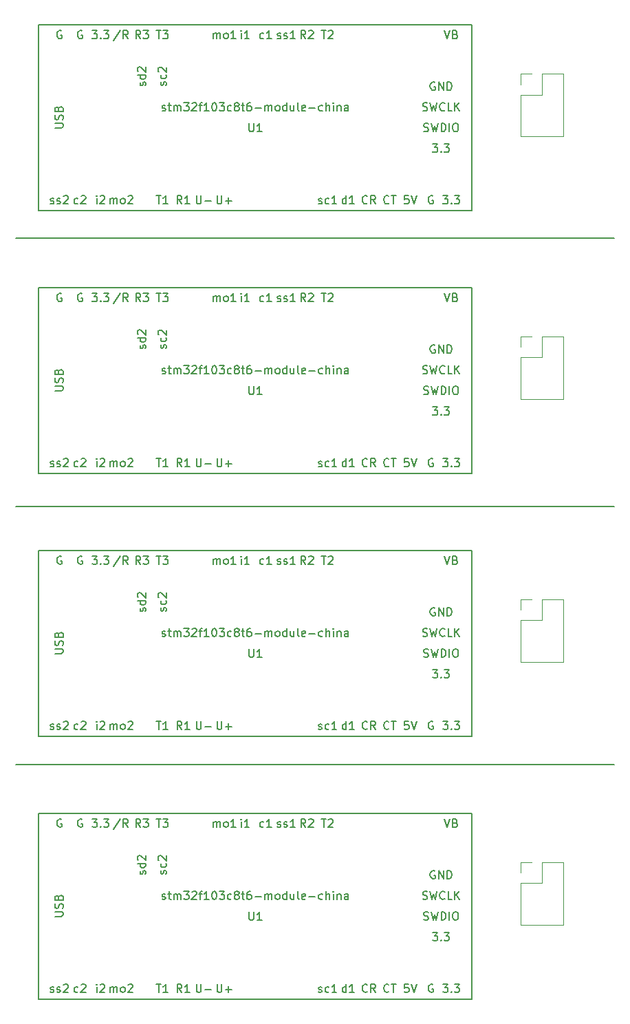
<source format=gto>
G04 #@! TF.FileFunction,Legend,Top*
%FSLAX46Y46*%
G04 Gerber Fmt 4.6, Leading zero omitted, Abs format (unit mm)*
G04 Created by KiCad (PCBNEW 4.0.6) date Mon Apr 17 21:44:19 2017*
%MOMM*%
%LPD*%
G01*
G04 APERTURE LIST*
%ADD10C,0.100000*%
%ADD11C,0.200000*%
%ADD12C,0.120000*%
%ADD13C,0.150000*%
G04 APERTURE END LIST*
D10*
D11*
X162560000Y-132080000D02*
X236220000Y-132080000D01*
X162560000Y-100330000D02*
X236220000Y-100330000D01*
X162560000Y-67310000D02*
X236220000Y-67310000D01*
D12*
X224730000Y-114300000D02*
X224730000Y-119440000D01*
X224730000Y-119440000D02*
X229930000Y-119440000D01*
X229930000Y-119440000D02*
X229930000Y-111700000D01*
X229930000Y-111700000D02*
X227330000Y-111700000D01*
X227330000Y-111700000D02*
X227330000Y-114300000D01*
X227330000Y-114300000D02*
X224730000Y-114300000D01*
X224730000Y-113030000D02*
X224730000Y-111700000D01*
X224730000Y-111700000D02*
X226060000Y-111700000D01*
D13*
X165375001Y-128545001D02*
X218715001Y-128545001D01*
X218715001Y-105685001D02*
X165375001Y-105685001D01*
X218715001Y-128545001D02*
X218715001Y-105685001D01*
X165375001Y-105685001D02*
X165375001Y-128545001D01*
D12*
X224730000Y-146640000D02*
X224730000Y-151780000D01*
X224730000Y-151780000D02*
X229930000Y-151780000D01*
X229930000Y-151780000D02*
X229930000Y-144040000D01*
X229930000Y-144040000D02*
X227330000Y-144040000D01*
X227330000Y-144040000D02*
X227330000Y-146640000D01*
X227330000Y-146640000D02*
X224730000Y-146640000D01*
X224730000Y-145370000D02*
X224730000Y-144040000D01*
X224730000Y-144040000D02*
X226060000Y-144040000D01*
D13*
X165375001Y-160885001D02*
X218715001Y-160885001D01*
X218715001Y-138025001D02*
X165375001Y-138025001D01*
X218715001Y-160885001D02*
X218715001Y-138025001D01*
X165375001Y-138025001D02*
X165375001Y-160885001D01*
D12*
X224730000Y-81960000D02*
X224730000Y-87100000D01*
X224730000Y-87100000D02*
X229930000Y-87100000D01*
X229930000Y-87100000D02*
X229930000Y-79360000D01*
X229930000Y-79360000D02*
X227330000Y-79360000D01*
X227330000Y-79360000D02*
X227330000Y-81960000D01*
X227330000Y-81960000D02*
X224730000Y-81960000D01*
X224730000Y-80690000D02*
X224730000Y-79360000D01*
X224730000Y-79360000D02*
X226060000Y-79360000D01*
D13*
X165375001Y-96205001D02*
X218715001Y-96205001D01*
X218715001Y-73345001D02*
X165375001Y-73345001D01*
X218715001Y-96205001D02*
X218715001Y-73345001D01*
X165375001Y-73345001D02*
X165375001Y-96205001D01*
D12*
X224730000Y-49620000D02*
X224730000Y-54760000D01*
X224730000Y-54760000D02*
X229930000Y-54760000D01*
X229930000Y-54760000D02*
X229930000Y-47020000D01*
X229930000Y-47020000D02*
X227330000Y-47020000D01*
X227330000Y-47020000D02*
X227330000Y-49620000D01*
X227330000Y-49620000D02*
X224730000Y-49620000D01*
X224730000Y-48350000D02*
X224730000Y-47020000D01*
X224730000Y-47020000D02*
X226060000Y-47020000D01*
D13*
X165375001Y-63865001D02*
X218715001Y-63865001D01*
X218715001Y-41005001D02*
X165375001Y-41005001D01*
X218715001Y-63865001D02*
X218715001Y-41005001D01*
X165375001Y-41005001D02*
X165375001Y-63865001D01*
X191283096Y-117837382D02*
X191283096Y-118646906D01*
X191330715Y-118742144D01*
X191378334Y-118789763D01*
X191473572Y-118837382D01*
X191664049Y-118837382D01*
X191759287Y-118789763D01*
X191806906Y-118742144D01*
X191854525Y-118646906D01*
X191854525Y-117837382D01*
X192854525Y-118837382D02*
X192283096Y-118837382D01*
X192568810Y-118837382D02*
X192568810Y-117837382D01*
X192473572Y-117980239D01*
X192378334Y-118075477D01*
X192283096Y-118123096D01*
X180568810Y-116249763D02*
X180664048Y-116297382D01*
X180854524Y-116297382D01*
X180949763Y-116249763D01*
X180997382Y-116154525D01*
X180997382Y-116106906D01*
X180949763Y-116011668D01*
X180854524Y-115964049D01*
X180711667Y-115964049D01*
X180616429Y-115916430D01*
X180568810Y-115821191D01*
X180568810Y-115773572D01*
X180616429Y-115678334D01*
X180711667Y-115630715D01*
X180854524Y-115630715D01*
X180949763Y-115678334D01*
X181283096Y-115630715D02*
X181664048Y-115630715D01*
X181425953Y-115297382D02*
X181425953Y-116154525D01*
X181473572Y-116249763D01*
X181568810Y-116297382D01*
X181664048Y-116297382D01*
X181997382Y-116297382D02*
X181997382Y-115630715D01*
X181997382Y-115725953D02*
X182045001Y-115678334D01*
X182140239Y-115630715D01*
X182283097Y-115630715D01*
X182378335Y-115678334D01*
X182425954Y-115773572D01*
X182425954Y-116297382D01*
X182425954Y-115773572D02*
X182473573Y-115678334D01*
X182568811Y-115630715D01*
X182711668Y-115630715D01*
X182806906Y-115678334D01*
X182854525Y-115773572D01*
X182854525Y-116297382D01*
X183235477Y-115297382D02*
X183854525Y-115297382D01*
X183521191Y-115678334D01*
X183664049Y-115678334D01*
X183759287Y-115725953D01*
X183806906Y-115773572D01*
X183854525Y-115868811D01*
X183854525Y-116106906D01*
X183806906Y-116202144D01*
X183759287Y-116249763D01*
X183664049Y-116297382D01*
X183378334Y-116297382D01*
X183283096Y-116249763D01*
X183235477Y-116202144D01*
X184235477Y-115392620D02*
X184283096Y-115345001D01*
X184378334Y-115297382D01*
X184616430Y-115297382D01*
X184711668Y-115345001D01*
X184759287Y-115392620D01*
X184806906Y-115487858D01*
X184806906Y-115583096D01*
X184759287Y-115725953D01*
X184187858Y-116297382D01*
X184806906Y-116297382D01*
X185092620Y-115630715D02*
X185473572Y-115630715D01*
X185235477Y-116297382D02*
X185235477Y-115440239D01*
X185283096Y-115345001D01*
X185378334Y-115297382D01*
X185473572Y-115297382D01*
X186330716Y-116297382D02*
X185759287Y-116297382D01*
X186045001Y-116297382D02*
X186045001Y-115297382D01*
X185949763Y-115440239D01*
X185854525Y-115535477D01*
X185759287Y-115583096D01*
X186949763Y-115297382D02*
X187045002Y-115297382D01*
X187140240Y-115345001D01*
X187187859Y-115392620D01*
X187235478Y-115487858D01*
X187283097Y-115678334D01*
X187283097Y-115916430D01*
X187235478Y-116106906D01*
X187187859Y-116202144D01*
X187140240Y-116249763D01*
X187045002Y-116297382D01*
X186949763Y-116297382D01*
X186854525Y-116249763D01*
X186806906Y-116202144D01*
X186759287Y-116106906D01*
X186711668Y-115916430D01*
X186711668Y-115678334D01*
X186759287Y-115487858D01*
X186806906Y-115392620D01*
X186854525Y-115345001D01*
X186949763Y-115297382D01*
X187616430Y-115297382D02*
X188235478Y-115297382D01*
X187902144Y-115678334D01*
X188045002Y-115678334D01*
X188140240Y-115725953D01*
X188187859Y-115773572D01*
X188235478Y-115868811D01*
X188235478Y-116106906D01*
X188187859Y-116202144D01*
X188140240Y-116249763D01*
X188045002Y-116297382D01*
X187759287Y-116297382D01*
X187664049Y-116249763D01*
X187616430Y-116202144D01*
X189092621Y-116249763D02*
X188997383Y-116297382D01*
X188806906Y-116297382D01*
X188711668Y-116249763D01*
X188664049Y-116202144D01*
X188616430Y-116106906D01*
X188616430Y-115821191D01*
X188664049Y-115725953D01*
X188711668Y-115678334D01*
X188806906Y-115630715D01*
X188997383Y-115630715D01*
X189092621Y-115678334D01*
X189664049Y-115725953D02*
X189568811Y-115678334D01*
X189521192Y-115630715D01*
X189473573Y-115535477D01*
X189473573Y-115487858D01*
X189521192Y-115392620D01*
X189568811Y-115345001D01*
X189664049Y-115297382D01*
X189854526Y-115297382D01*
X189949764Y-115345001D01*
X189997383Y-115392620D01*
X190045002Y-115487858D01*
X190045002Y-115535477D01*
X189997383Y-115630715D01*
X189949764Y-115678334D01*
X189854526Y-115725953D01*
X189664049Y-115725953D01*
X189568811Y-115773572D01*
X189521192Y-115821191D01*
X189473573Y-115916430D01*
X189473573Y-116106906D01*
X189521192Y-116202144D01*
X189568811Y-116249763D01*
X189664049Y-116297382D01*
X189854526Y-116297382D01*
X189949764Y-116249763D01*
X189997383Y-116202144D01*
X190045002Y-116106906D01*
X190045002Y-115916430D01*
X189997383Y-115821191D01*
X189949764Y-115773572D01*
X189854526Y-115725953D01*
X190330716Y-115630715D02*
X190711668Y-115630715D01*
X190473573Y-115297382D02*
X190473573Y-116154525D01*
X190521192Y-116249763D01*
X190616430Y-116297382D01*
X190711668Y-116297382D01*
X191473574Y-115297382D02*
X191283097Y-115297382D01*
X191187859Y-115345001D01*
X191140240Y-115392620D01*
X191045002Y-115535477D01*
X190997383Y-115725953D01*
X190997383Y-116106906D01*
X191045002Y-116202144D01*
X191092621Y-116249763D01*
X191187859Y-116297382D01*
X191378336Y-116297382D01*
X191473574Y-116249763D01*
X191521193Y-116202144D01*
X191568812Y-116106906D01*
X191568812Y-115868811D01*
X191521193Y-115773572D01*
X191473574Y-115725953D01*
X191378336Y-115678334D01*
X191187859Y-115678334D01*
X191092621Y-115725953D01*
X191045002Y-115773572D01*
X190997383Y-115868811D01*
X191997383Y-115916430D02*
X192759288Y-115916430D01*
X193235478Y-116297382D02*
X193235478Y-115630715D01*
X193235478Y-115725953D02*
X193283097Y-115678334D01*
X193378335Y-115630715D01*
X193521193Y-115630715D01*
X193616431Y-115678334D01*
X193664050Y-115773572D01*
X193664050Y-116297382D01*
X193664050Y-115773572D02*
X193711669Y-115678334D01*
X193806907Y-115630715D01*
X193949764Y-115630715D01*
X194045002Y-115678334D01*
X194092621Y-115773572D01*
X194092621Y-116297382D01*
X194711668Y-116297382D02*
X194616430Y-116249763D01*
X194568811Y-116202144D01*
X194521192Y-116106906D01*
X194521192Y-115821191D01*
X194568811Y-115725953D01*
X194616430Y-115678334D01*
X194711668Y-115630715D01*
X194854526Y-115630715D01*
X194949764Y-115678334D01*
X194997383Y-115725953D01*
X195045002Y-115821191D01*
X195045002Y-116106906D01*
X194997383Y-116202144D01*
X194949764Y-116249763D01*
X194854526Y-116297382D01*
X194711668Y-116297382D01*
X195902145Y-116297382D02*
X195902145Y-115297382D01*
X195902145Y-116249763D02*
X195806907Y-116297382D01*
X195616430Y-116297382D01*
X195521192Y-116249763D01*
X195473573Y-116202144D01*
X195425954Y-116106906D01*
X195425954Y-115821191D01*
X195473573Y-115725953D01*
X195521192Y-115678334D01*
X195616430Y-115630715D01*
X195806907Y-115630715D01*
X195902145Y-115678334D01*
X196806907Y-115630715D02*
X196806907Y-116297382D01*
X196378335Y-115630715D02*
X196378335Y-116154525D01*
X196425954Y-116249763D01*
X196521192Y-116297382D01*
X196664050Y-116297382D01*
X196759288Y-116249763D01*
X196806907Y-116202144D01*
X197425954Y-116297382D02*
X197330716Y-116249763D01*
X197283097Y-116154525D01*
X197283097Y-115297382D01*
X198187860Y-116249763D02*
X198092622Y-116297382D01*
X197902145Y-116297382D01*
X197806907Y-116249763D01*
X197759288Y-116154525D01*
X197759288Y-115773572D01*
X197806907Y-115678334D01*
X197902145Y-115630715D01*
X198092622Y-115630715D01*
X198187860Y-115678334D01*
X198235479Y-115773572D01*
X198235479Y-115868811D01*
X197759288Y-115964049D01*
X198664050Y-115916430D02*
X199425955Y-115916430D01*
X200330717Y-116249763D02*
X200235479Y-116297382D01*
X200045002Y-116297382D01*
X199949764Y-116249763D01*
X199902145Y-116202144D01*
X199854526Y-116106906D01*
X199854526Y-115821191D01*
X199902145Y-115725953D01*
X199949764Y-115678334D01*
X200045002Y-115630715D01*
X200235479Y-115630715D01*
X200330717Y-115678334D01*
X200759288Y-116297382D02*
X200759288Y-115297382D01*
X201187860Y-116297382D02*
X201187860Y-115773572D01*
X201140241Y-115678334D01*
X201045003Y-115630715D01*
X200902145Y-115630715D01*
X200806907Y-115678334D01*
X200759288Y-115725953D01*
X201664050Y-116297382D02*
X201664050Y-115630715D01*
X201664050Y-115297382D02*
X201616431Y-115345001D01*
X201664050Y-115392620D01*
X201711669Y-115345001D01*
X201664050Y-115297382D01*
X201664050Y-115392620D01*
X202140240Y-115630715D02*
X202140240Y-116297382D01*
X202140240Y-115725953D02*
X202187859Y-115678334D01*
X202283097Y-115630715D01*
X202425955Y-115630715D01*
X202521193Y-115678334D01*
X202568812Y-115773572D01*
X202568812Y-116297382D01*
X203473574Y-116297382D02*
X203473574Y-115773572D01*
X203425955Y-115678334D01*
X203330717Y-115630715D01*
X203140240Y-115630715D01*
X203045002Y-115678334D01*
X203473574Y-116249763D02*
X203378336Y-116297382D01*
X203140240Y-116297382D01*
X203045002Y-116249763D01*
X202997383Y-116154525D01*
X202997383Y-116059287D01*
X203045002Y-115964049D01*
X203140240Y-115916430D01*
X203378336Y-115916430D01*
X203473574Y-115868811D01*
X181019763Y-113154049D02*
X181067382Y-113058811D01*
X181067382Y-112868335D01*
X181019763Y-112773096D01*
X180924525Y-112725477D01*
X180876906Y-112725477D01*
X180781668Y-112773096D01*
X180734049Y-112868335D01*
X180734049Y-113011192D01*
X180686430Y-113106430D01*
X180591191Y-113154049D01*
X180543572Y-113154049D01*
X180448334Y-113106430D01*
X180400715Y-113011192D01*
X180400715Y-112868335D01*
X180448334Y-112773096D01*
X181019763Y-111868334D02*
X181067382Y-111963572D01*
X181067382Y-112154049D01*
X181019763Y-112249287D01*
X180972144Y-112296906D01*
X180876906Y-112344525D01*
X180591191Y-112344525D01*
X180495953Y-112296906D01*
X180448334Y-112249287D01*
X180400715Y-112154049D01*
X180400715Y-111963572D01*
X180448334Y-111868334D01*
X180162620Y-111487382D02*
X180115001Y-111439763D01*
X180067382Y-111344525D01*
X180067382Y-111106429D01*
X180115001Y-111011191D01*
X180162620Y-110963572D01*
X180257858Y-110915953D01*
X180353096Y-110915953D01*
X180495953Y-110963572D01*
X181067382Y-111535001D01*
X181067382Y-110915953D01*
X178479763Y-113177858D02*
X178527382Y-113082620D01*
X178527382Y-112892144D01*
X178479763Y-112796905D01*
X178384525Y-112749286D01*
X178336906Y-112749286D01*
X178241668Y-112796905D01*
X178194049Y-112892144D01*
X178194049Y-113035001D01*
X178146430Y-113130239D01*
X178051191Y-113177858D01*
X178003572Y-113177858D01*
X177908334Y-113130239D01*
X177860715Y-113035001D01*
X177860715Y-112892144D01*
X177908334Y-112796905D01*
X178527382Y-111892143D02*
X177527382Y-111892143D01*
X178479763Y-111892143D02*
X178527382Y-111987381D01*
X178527382Y-112177858D01*
X178479763Y-112273096D01*
X178432144Y-112320715D01*
X178336906Y-112368334D01*
X178051191Y-112368334D01*
X177955953Y-112320715D01*
X177908334Y-112273096D01*
X177860715Y-112177858D01*
X177860715Y-111987381D01*
X177908334Y-111892143D01*
X177622620Y-111463572D02*
X177575001Y-111415953D01*
X177527382Y-111320715D01*
X177527382Y-111082619D01*
X177575001Y-110987381D01*
X177622620Y-110939762D01*
X177717858Y-110892143D01*
X177813096Y-110892143D01*
X177955953Y-110939762D01*
X178527382Y-111511191D01*
X178527382Y-110892143D01*
X174177858Y-127727382D02*
X174177858Y-127060715D01*
X174177858Y-127155953D02*
X174225477Y-127108334D01*
X174320715Y-127060715D01*
X174463573Y-127060715D01*
X174558811Y-127108334D01*
X174606430Y-127203572D01*
X174606430Y-127727382D01*
X174606430Y-127203572D02*
X174654049Y-127108334D01*
X174749287Y-127060715D01*
X174892144Y-127060715D01*
X174987382Y-127108334D01*
X175035001Y-127203572D01*
X175035001Y-127727382D01*
X175654048Y-127727382D02*
X175558810Y-127679763D01*
X175511191Y-127632144D01*
X175463572Y-127536906D01*
X175463572Y-127251191D01*
X175511191Y-127155953D01*
X175558810Y-127108334D01*
X175654048Y-127060715D01*
X175796906Y-127060715D01*
X175892144Y-127108334D01*
X175939763Y-127155953D01*
X175987382Y-127251191D01*
X175987382Y-127536906D01*
X175939763Y-127632144D01*
X175892144Y-127679763D01*
X175796906Y-127727382D01*
X175654048Y-127727382D01*
X176368334Y-126822620D02*
X176415953Y-126775001D01*
X176511191Y-126727382D01*
X176749287Y-126727382D01*
X176844525Y-126775001D01*
X176892144Y-126822620D01*
X176939763Y-126917858D01*
X176939763Y-127013096D01*
X176892144Y-127155953D01*
X176320715Y-127727382D01*
X176939763Y-127727382D01*
X172518811Y-127727382D02*
X172518811Y-127060715D01*
X172518811Y-126727382D02*
X172471192Y-126775001D01*
X172518811Y-126822620D01*
X172566430Y-126775001D01*
X172518811Y-126727382D01*
X172518811Y-126822620D01*
X172947382Y-126822620D02*
X172995001Y-126775001D01*
X173090239Y-126727382D01*
X173328335Y-126727382D01*
X173423573Y-126775001D01*
X173471192Y-126822620D01*
X173518811Y-126917858D01*
X173518811Y-127013096D01*
X173471192Y-127155953D01*
X172899763Y-127727382D01*
X173518811Y-127727382D01*
X170216906Y-127679763D02*
X170121668Y-127727382D01*
X169931191Y-127727382D01*
X169835953Y-127679763D01*
X169788334Y-127632144D01*
X169740715Y-127536906D01*
X169740715Y-127251191D01*
X169788334Y-127155953D01*
X169835953Y-127108334D01*
X169931191Y-127060715D01*
X170121668Y-127060715D01*
X170216906Y-127108334D01*
X170597858Y-126822620D02*
X170645477Y-126775001D01*
X170740715Y-126727382D01*
X170978811Y-126727382D01*
X171074049Y-126775001D01*
X171121668Y-126822620D01*
X171169287Y-126917858D01*
X171169287Y-127013096D01*
X171121668Y-127155953D01*
X170550239Y-127727382D01*
X171169287Y-127727382D01*
X166819763Y-127679763D02*
X166915001Y-127727382D01*
X167105477Y-127727382D01*
X167200716Y-127679763D01*
X167248335Y-127584525D01*
X167248335Y-127536906D01*
X167200716Y-127441668D01*
X167105477Y-127394049D01*
X166962620Y-127394049D01*
X166867382Y-127346430D01*
X166819763Y-127251191D01*
X166819763Y-127203572D01*
X166867382Y-127108334D01*
X166962620Y-127060715D01*
X167105477Y-127060715D01*
X167200716Y-127108334D01*
X167629287Y-127679763D02*
X167724525Y-127727382D01*
X167915001Y-127727382D01*
X168010240Y-127679763D01*
X168057859Y-127584525D01*
X168057859Y-127536906D01*
X168010240Y-127441668D01*
X167915001Y-127394049D01*
X167772144Y-127394049D01*
X167676906Y-127346430D01*
X167629287Y-127251191D01*
X167629287Y-127203572D01*
X167676906Y-127108334D01*
X167772144Y-127060715D01*
X167915001Y-127060715D01*
X168010240Y-127108334D01*
X168438811Y-126822620D02*
X168486430Y-126775001D01*
X168581668Y-126727382D01*
X168819764Y-126727382D01*
X168915002Y-126775001D01*
X168962621Y-126822620D01*
X169010240Y-126917858D01*
X169010240Y-127013096D01*
X168962621Y-127155953D01*
X168391192Y-127727382D01*
X169010240Y-127727382D01*
X203213097Y-127727382D02*
X203213097Y-126727382D01*
X203213097Y-127679763D02*
X203117859Y-127727382D01*
X202927382Y-127727382D01*
X202832144Y-127679763D01*
X202784525Y-127632144D01*
X202736906Y-127536906D01*
X202736906Y-127251191D01*
X202784525Y-127155953D01*
X202832144Y-127108334D01*
X202927382Y-127060715D01*
X203117859Y-127060715D01*
X203213097Y-127108334D01*
X204213097Y-127727382D02*
X203641668Y-127727382D01*
X203927382Y-127727382D02*
X203927382Y-126727382D01*
X203832144Y-126870239D01*
X203736906Y-126965477D01*
X203641668Y-127013096D01*
X199815953Y-127679763D02*
X199911191Y-127727382D01*
X200101667Y-127727382D01*
X200196906Y-127679763D01*
X200244525Y-127584525D01*
X200244525Y-127536906D01*
X200196906Y-127441668D01*
X200101667Y-127394049D01*
X199958810Y-127394049D01*
X199863572Y-127346430D01*
X199815953Y-127251191D01*
X199815953Y-127203572D01*
X199863572Y-127108334D01*
X199958810Y-127060715D01*
X200101667Y-127060715D01*
X200196906Y-127108334D01*
X201101668Y-127679763D02*
X201006430Y-127727382D01*
X200815953Y-127727382D01*
X200720715Y-127679763D01*
X200673096Y-127632144D01*
X200625477Y-127536906D01*
X200625477Y-127251191D01*
X200673096Y-127155953D01*
X200720715Y-127108334D01*
X200815953Y-127060715D01*
X201006430Y-127060715D01*
X201101668Y-127108334D01*
X202054049Y-127727382D02*
X201482620Y-127727382D01*
X201768334Y-127727382D02*
X201768334Y-126727382D01*
X201673096Y-126870239D01*
X201577858Y-126965477D01*
X201482620Y-127013096D01*
X200173096Y-106407382D02*
X200744525Y-106407382D01*
X200458810Y-107407382D02*
X200458810Y-106407382D01*
X201030239Y-106502620D02*
X201077858Y-106455001D01*
X201173096Y-106407382D01*
X201411192Y-106407382D01*
X201506430Y-106455001D01*
X201554049Y-106502620D01*
X201601668Y-106597858D01*
X201601668Y-106693096D01*
X201554049Y-106835953D01*
X200982620Y-107407382D01*
X201601668Y-107407382D01*
X198228335Y-107407382D02*
X197895001Y-106931191D01*
X197656906Y-107407382D02*
X197656906Y-106407382D01*
X198037859Y-106407382D01*
X198133097Y-106455001D01*
X198180716Y-106502620D01*
X198228335Y-106597858D01*
X198228335Y-106740715D01*
X198180716Y-106835953D01*
X198133097Y-106883572D01*
X198037859Y-106931191D01*
X197656906Y-106931191D01*
X198609287Y-106502620D02*
X198656906Y-106455001D01*
X198752144Y-106407382D01*
X198990240Y-106407382D01*
X199085478Y-106455001D01*
X199133097Y-106502620D01*
X199180716Y-106597858D01*
X199180716Y-106693096D01*
X199133097Y-106835953D01*
X198561668Y-107407382D01*
X199180716Y-107407382D01*
X194759763Y-107359763D02*
X194855001Y-107407382D01*
X195045477Y-107407382D01*
X195140716Y-107359763D01*
X195188335Y-107264525D01*
X195188335Y-107216906D01*
X195140716Y-107121668D01*
X195045477Y-107074049D01*
X194902620Y-107074049D01*
X194807382Y-107026430D01*
X194759763Y-106931191D01*
X194759763Y-106883572D01*
X194807382Y-106788334D01*
X194902620Y-106740715D01*
X195045477Y-106740715D01*
X195140716Y-106788334D01*
X195569287Y-107359763D02*
X195664525Y-107407382D01*
X195855001Y-107407382D01*
X195950240Y-107359763D01*
X195997859Y-107264525D01*
X195997859Y-107216906D01*
X195950240Y-107121668D01*
X195855001Y-107074049D01*
X195712144Y-107074049D01*
X195616906Y-107026430D01*
X195569287Y-106931191D01*
X195569287Y-106883572D01*
X195616906Y-106788334D01*
X195712144Y-106740715D01*
X195855001Y-106740715D01*
X195950240Y-106788334D01*
X196950240Y-107407382D02*
X196378811Y-107407382D01*
X196664525Y-107407382D02*
X196664525Y-106407382D01*
X196569287Y-106550239D01*
X196474049Y-106645477D01*
X196378811Y-106693096D01*
X193076906Y-107359763D02*
X192981668Y-107407382D01*
X192791191Y-107407382D01*
X192695953Y-107359763D01*
X192648334Y-107312144D01*
X192600715Y-107216906D01*
X192600715Y-106931191D01*
X192648334Y-106835953D01*
X192695953Y-106788334D01*
X192791191Y-106740715D01*
X192981668Y-106740715D01*
X193076906Y-106788334D01*
X194029287Y-107407382D02*
X193457858Y-107407382D01*
X193743572Y-107407382D02*
X193743572Y-106407382D01*
X193648334Y-106550239D01*
X193553096Y-106645477D01*
X193457858Y-106693096D01*
X190298811Y-107407382D02*
X190298811Y-106740715D01*
X190298811Y-106407382D02*
X190251192Y-106455001D01*
X190298811Y-106502620D01*
X190346430Y-106455001D01*
X190298811Y-106407382D01*
X190298811Y-106502620D01*
X191298811Y-107407382D02*
X190727382Y-107407382D01*
X191013096Y-107407382D02*
X191013096Y-106407382D01*
X190917858Y-106550239D01*
X190822620Y-106645477D01*
X190727382Y-106693096D01*
X186877858Y-107407382D02*
X186877858Y-106740715D01*
X186877858Y-106835953D02*
X186925477Y-106788334D01*
X187020715Y-106740715D01*
X187163573Y-106740715D01*
X187258811Y-106788334D01*
X187306430Y-106883572D01*
X187306430Y-107407382D01*
X187306430Y-106883572D02*
X187354049Y-106788334D01*
X187449287Y-106740715D01*
X187592144Y-106740715D01*
X187687382Y-106788334D01*
X187735001Y-106883572D01*
X187735001Y-107407382D01*
X188354048Y-107407382D02*
X188258810Y-107359763D01*
X188211191Y-107312144D01*
X188163572Y-107216906D01*
X188163572Y-106931191D01*
X188211191Y-106835953D01*
X188258810Y-106788334D01*
X188354048Y-106740715D01*
X188496906Y-106740715D01*
X188592144Y-106788334D01*
X188639763Y-106835953D01*
X188687382Y-106931191D01*
X188687382Y-107216906D01*
X188639763Y-107312144D01*
X188592144Y-107359763D01*
X188496906Y-107407382D01*
X188354048Y-107407382D01*
X189639763Y-107407382D02*
X189068334Y-107407382D01*
X189354048Y-107407382D02*
X189354048Y-106407382D01*
X189258810Y-106550239D01*
X189163572Y-106645477D01*
X189068334Y-106693096D01*
X179853096Y-106407382D02*
X180424525Y-106407382D01*
X180138810Y-107407382D02*
X180138810Y-106407382D01*
X180662620Y-106407382D02*
X181281668Y-106407382D01*
X180948334Y-106788334D01*
X181091192Y-106788334D01*
X181186430Y-106835953D01*
X181234049Y-106883572D01*
X181281668Y-106978811D01*
X181281668Y-107216906D01*
X181234049Y-107312144D01*
X181186430Y-107359763D01*
X181091192Y-107407382D01*
X180805477Y-107407382D01*
X180710239Y-107359763D01*
X180662620Y-107312144D01*
X177908335Y-107407382D02*
X177575001Y-106931191D01*
X177336906Y-107407382D02*
X177336906Y-106407382D01*
X177717859Y-106407382D01*
X177813097Y-106455001D01*
X177860716Y-106502620D01*
X177908335Y-106597858D01*
X177908335Y-106740715D01*
X177860716Y-106835953D01*
X177813097Y-106883572D01*
X177717859Y-106931191D01*
X177336906Y-106931191D01*
X178241668Y-106407382D02*
X178860716Y-106407382D01*
X178527382Y-106788334D01*
X178670240Y-106788334D01*
X178765478Y-106835953D01*
X178813097Y-106883572D01*
X178860716Y-106978811D01*
X178860716Y-107216906D01*
X178813097Y-107312144D01*
X178765478Y-107359763D01*
X178670240Y-107407382D01*
X178384525Y-107407382D01*
X178289287Y-107359763D01*
X178241668Y-107312144D01*
X208483573Y-127632144D02*
X208435954Y-127679763D01*
X208293097Y-127727382D01*
X208197859Y-127727382D01*
X208055001Y-127679763D01*
X207959763Y-127584525D01*
X207912144Y-127489287D01*
X207864525Y-127298811D01*
X207864525Y-127155953D01*
X207912144Y-126965477D01*
X207959763Y-126870239D01*
X208055001Y-126775001D01*
X208197859Y-126727382D01*
X208293097Y-126727382D01*
X208435954Y-126775001D01*
X208483573Y-126822620D01*
X208769287Y-126727382D02*
X209340716Y-126727382D01*
X209055001Y-127727382D02*
X209055001Y-126727382D01*
X205824525Y-127632144D02*
X205776906Y-127679763D01*
X205634049Y-127727382D01*
X205538811Y-127727382D01*
X205395953Y-127679763D01*
X205300715Y-127584525D01*
X205253096Y-127489287D01*
X205205477Y-127298811D01*
X205205477Y-127155953D01*
X205253096Y-126965477D01*
X205300715Y-126870239D01*
X205395953Y-126775001D01*
X205538811Y-126727382D01*
X205634049Y-126727382D01*
X205776906Y-126775001D01*
X205824525Y-126822620D01*
X206824525Y-127727382D02*
X206491191Y-127251191D01*
X206253096Y-127727382D02*
X206253096Y-126727382D01*
X206634049Y-126727382D01*
X206729287Y-126775001D01*
X206776906Y-126822620D01*
X206824525Y-126917858D01*
X206824525Y-127060715D01*
X206776906Y-127155953D01*
X206729287Y-127203572D01*
X206634049Y-127251191D01*
X206253096Y-127251191D01*
X187330239Y-126727382D02*
X187330239Y-127536906D01*
X187377858Y-127632144D01*
X187425477Y-127679763D01*
X187520715Y-127727382D01*
X187711192Y-127727382D01*
X187806430Y-127679763D01*
X187854049Y-127632144D01*
X187901668Y-127536906D01*
X187901668Y-126727382D01*
X188377858Y-127346430D02*
X189139763Y-127346430D01*
X188758811Y-127727382D02*
X188758811Y-126965477D01*
X184790239Y-126727382D02*
X184790239Y-127536906D01*
X184837858Y-127632144D01*
X184885477Y-127679763D01*
X184980715Y-127727382D01*
X185171192Y-127727382D01*
X185266430Y-127679763D01*
X185314049Y-127632144D01*
X185361668Y-127536906D01*
X185361668Y-126727382D01*
X185837858Y-127346430D02*
X186599763Y-127346430D01*
X182988335Y-127727382D02*
X182655001Y-127251191D01*
X182416906Y-127727382D02*
X182416906Y-126727382D01*
X182797859Y-126727382D01*
X182893097Y-126775001D01*
X182940716Y-126822620D01*
X182988335Y-126917858D01*
X182988335Y-127060715D01*
X182940716Y-127155953D01*
X182893097Y-127203572D01*
X182797859Y-127251191D01*
X182416906Y-127251191D01*
X183940716Y-127727382D02*
X183369287Y-127727382D01*
X183655001Y-127727382D02*
X183655001Y-126727382D01*
X183559763Y-126870239D01*
X183464525Y-126965477D01*
X183369287Y-127013096D01*
X179853096Y-126727382D02*
X180424525Y-126727382D01*
X180138810Y-127727382D02*
X180138810Y-126727382D01*
X181281668Y-127727382D02*
X180710239Y-127727382D01*
X180995953Y-127727382D02*
X180995953Y-126727382D01*
X180900715Y-126870239D01*
X180805477Y-126965477D01*
X180710239Y-127013096D01*
X213857382Y-120377382D02*
X214476430Y-120377382D01*
X214143096Y-120758334D01*
X214285954Y-120758334D01*
X214381192Y-120805953D01*
X214428811Y-120853572D01*
X214476430Y-120948811D01*
X214476430Y-121186906D01*
X214428811Y-121282144D01*
X214381192Y-121329763D01*
X214285954Y-121377382D01*
X214000239Y-121377382D01*
X213905001Y-121329763D01*
X213857382Y-121282144D01*
X214905001Y-121282144D02*
X214952620Y-121329763D01*
X214905001Y-121377382D01*
X214857382Y-121329763D01*
X214905001Y-121282144D01*
X214905001Y-121377382D01*
X215285953Y-120377382D02*
X215905001Y-120377382D01*
X215571667Y-120758334D01*
X215714525Y-120758334D01*
X215809763Y-120805953D01*
X215857382Y-120853572D01*
X215905001Y-120948811D01*
X215905001Y-121186906D01*
X215857382Y-121282144D01*
X215809763Y-121329763D01*
X215714525Y-121377382D01*
X215428810Y-121377382D01*
X215333572Y-121329763D01*
X215285953Y-121282144D01*
X212785954Y-118789763D02*
X212928811Y-118837382D01*
X213166907Y-118837382D01*
X213262145Y-118789763D01*
X213309764Y-118742144D01*
X213357383Y-118646906D01*
X213357383Y-118551668D01*
X213309764Y-118456430D01*
X213262145Y-118408811D01*
X213166907Y-118361191D01*
X212976430Y-118313572D01*
X212881192Y-118265953D01*
X212833573Y-118218334D01*
X212785954Y-118123096D01*
X212785954Y-118027858D01*
X212833573Y-117932620D01*
X212881192Y-117885001D01*
X212976430Y-117837382D01*
X213214526Y-117837382D01*
X213357383Y-117885001D01*
X213690716Y-117837382D02*
X213928811Y-118837382D01*
X214119288Y-118123096D01*
X214309764Y-118837382D01*
X214547859Y-117837382D01*
X214928811Y-118837382D02*
X214928811Y-117837382D01*
X215166906Y-117837382D01*
X215309764Y-117885001D01*
X215405002Y-117980239D01*
X215452621Y-118075477D01*
X215500240Y-118265953D01*
X215500240Y-118408811D01*
X215452621Y-118599287D01*
X215405002Y-118694525D01*
X215309764Y-118789763D01*
X215166906Y-118837382D01*
X214928811Y-118837382D01*
X215928811Y-118837382D02*
X215928811Y-117837382D01*
X216595477Y-117837382D02*
X216785954Y-117837382D01*
X216881192Y-117885001D01*
X216976430Y-117980239D01*
X217024049Y-118170715D01*
X217024049Y-118504049D01*
X216976430Y-118694525D01*
X216881192Y-118789763D01*
X216785954Y-118837382D01*
X216595477Y-118837382D01*
X216500239Y-118789763D01*
X216405001Y-118694525D01*
X216357382Y-118504049D01*
X216357382Y-118170715D01*
X216405001Y-117980239D01*
X216500239Y-117885001D01*
X216595477Y-117837382D01*
X212643096Y-116249763D02*
X212785953Y-116297382D01*
X213024049Y-116297382D01*
X213119287Y-116249763D01*
X213166906Y-116202144D01*
X213214525Y-116106906D01*
X213214525Y-116011668D01*
X213166906Y-115916430D01*
X213119287Y-115868811D01*
X213024049Y-115821191D01*
X212833572Y-115773572D01*
X212738334Y-115725953D01*
X212690715Y-115678334D01*
X212643096Y-115583096D01*
X212643096Y-115487858D01*
X212690715Y-115392620D01*
X212738334Y-115345001D01*
X212833572Y-115297382D01*
X213071668Y-115297382D01*
X213214525Y-115345001D01*
X213547858Y-115297382D02*
X213785953Y-116297382D01*
X213976430Y-115583096D01*
X214166906Y-116297382D01*
X214405001Y-115297382D01*
X215357382Y-116202144D02*
X215309763Y-116249763D01*
X215166906Y-116297382D01*
X215071668Y-116297382D01*
X214928810Y-116249763D01*
X214833572Y-116154525D01*
X214785953Y-116059287D01*
X214738334Y-115868811D01*
X214738334Y-115725953D01*
X214785953Y-115535477D01*
X214833572Y-115440239D01*
X214928810Y-115345001D01*
X215071668Y-115297382D01*
X215166906Y-115297382D01*
X215309763Y-115345001D01*
X215357382Y-115392620D01*
X216262144Y-116297382D02*
X215785953Y-116297382D01*
X215785953Y-115297382D01*
X216595477Y-116297382D02*
X216595477Y-115297382D01*
X217166906Y-116297382D02*
X216738334Y-115725953D01*
X217166906Y-115297382D02*
X216595477Y-115868811D01*
X214143097Y-112805001D02*
X214047859Y-112757382D01*
X213905002Y-112757382D01*
X213762144Y-112805001D01*
X213666906Y-112900239D01*
X213619287Y-112995477D01*
X213571668Y-113185953D01*
X213571668Y-113328811D01*
X213619287Y-113519287D01*
X213666906Y-113614525D01*
X213762144Y-113709763D01*
X213905002Y-113757382D01*
X214000240Y-113757382D01*
X214143097Y-113709763D01*
X214190716Y-113662144D01*
X214190716Y-113328811D01*
X214000240Y-113328811D01*
X214619287Y-113757382D02*
X214619287Y-112757382D01*
X215190716Y-113757382D01*
X215190716Y-112757382D01*
X215666906Y-113757382D02*
X215666906Y-112757382D01*
X215905001Y-112757382D01*
X216047859Y-112805001D01*
X216143097Y-112900239D01*
X216190716Y-112995477D01*
X216238335Y-113185953D01*
X216238335Y-113328811D01*
X216190716Y-113519287D01*
X216143097Y-113614525D01*
X216047859Y-113709763D01*
X215905001Y-113757382D01*
X215666906Y-113757382D01*
X215127382Y-126727382D02*
X215746430Y-126727382D01*
X215413096Y-127108334D01*
X215555954Y-127108334D01*
X215651192Y-127155953D01*
X215698811Y-127203572D01*
X215746430Y-127298811D01*
X215746430Y-127536906D01*
X215698811Y-127632144D01*
X215651192Y-127679763D01*
X215555954Y-127727382D01*
X215270239Y-127727382D01*
X215175001Y-127679763D01*
X215127382Y-127632144D01*
X216175001Y-127632144D02*
X216222620Y-127679763D01*
X216175001Y-127727382D01*
X216127382Y-127679763D01*
X216175001Y-127632144D01*
X216175001Y-127727382D01*
X216555953Y-126727382D02*
X217175001Y-126727382D01*
X216841667Y-127108334D01*
X216984525Y-127108334D01*
X217079763Y-127155953D01*
X217127382Y-127203572D01*
X217175001Y-127298811D01*
X217175001Y-127536906D01*
X217127382Y-127632144D01*
X217079763Y-127679763D01*
X216984525Y-127727382D01*
X216698810Y-127727382D01*
X216603572Y-127679763D01*
X216555953Y-127632144D01*
X213896906Y-126775001D02*
X213801668Y-126727382D01*
X213658811Y-126727382D01*
X213515953Y-126775001D01*
X213420715Y-126870239D01*
X213373096Y-126965477D01*
X213325477Y-127155953D01*
X213325477Y-127298811D01*
X213373096Y-127489287D01*
X213420715Y-127584525D01*
X213515953Y-127679763D01*
X213658811Y-127727382D01*
X213754049Y-127727382D01*
X213896906Y-127679763D01*
X213944525Y-127632144D01*
X213944525Y-127298811D01*
X213754049Y-127298811D01*
X175463573Y-106359763D02*
X174606430Y-107645477D01*
X176368335Y-107407382D02*
X176035001Y-106931191D01*
X175796906Y-107407382D02*
X175796906Y-106407382D01*
X176177859Y-106407382D01*
X176273097Y-106455001D01*
X176320716Y-106502620D01*
X176368335Y-106597858D01*
X176368335Y-106740715D01*
X176320716Y-106835953D01*
X176273097Y-106883572D01*
X176177859Y-106931191D01*
X175796906Y-106931191D01*
X171947382Y-106407382D02*
X172566430Y-106407382D01*
X172233096Y-106788334D01*
X172375954Y-106788334D01*
X172471192Y-106835953D01*
X172518811Y-106883572D01*
X172566430Y-106978811D01*
X172566430Y-107216906D01*
X172518811Y-107312144D01*
X172471192Y-107359763D01*
X172375954Y-107407382D01*
X172090239Y-107407382D01*
X171995001Y-107359763D01*
X171947382Y-107312144D01*
X172995001Y-107312144D02*
X173042620Y-107359763D01*
X172995001Y-107407382D01*
X172947382Y-107359763D01*
X172995001Y-107312144D01*
X172995001Y-107407382D01*
X173375953Y-106407382D02*
X173995001Y-106407382D01*
X173661667Y-106788334D01*
X173804525Y-106788334D01*
X173899763Y-106835953D01*
X173947382Y-106883572D01*
X173995001Y-106978811D01*
X173995001Y-107216906D01*
X173947382Y-107312144D01*
X173899763Y-107359763D01*
X173804525Y-107407382D01*
X173518810Y-107407382D01*
X173423572Y-107359763D01*
X173375953Y-107312144D01*
X170716906Y-106455001D02*
X170621668Y-106407382D01*
X170478811Y-106407382D01*
X170335953Y-106455001D01*
X170240715Y-106550239D01*
X170193096Y-106645477D01*
X170145477Y-106835953D01*
X170145477Y-106978811D01*
X170193096Y-107169287D01*
X170240715Y-107264525D01*
X170335953Y-107359763D01*
X170478811Y-107407382D01*
X170574049Y-107407382D01*
X170716906Y-107359763D01*
X170764525Y-107312144D01*
X170764525Y-106978811D01*
X170574049Y-106978811D01*
X168176906Y-106455001D02*
X168081668Y-106407382D01*
X167938811Y-106407382D01*
X167795953Y-106455001D01*
X167700715Y-106550239D01*
X167653096Y-106645477D01*
X167605477Y-106835953D01*
X167605477Y-106978811D01*
X167653096Y-107169287D01*
X167700715Y-107264525D01*
X167795953Y-107359763D01*
X167938811Y-107407382D01*
X168034049Y-107407382D01*
X168176906Y-107359763D01*
X168224525Y-107312144D01*
X168224525Y-106978811D01*
X168034049Y-106978811D01*
X215341668Y-106407382D02*
X215675001Y-107407382D01*
X216008335Y-106407382D01*
X216675002Y-106883572D02*
X216817859Y-106931191D01*
X216865478Y-106978811D01*
X216913097Y-107074049D01*
X216913097Y-107216906D01*
X216865478Y-107312144D01*
X216817859Y-107359763D01*
X216722621Y-107407382D01*
X216341668Y-107407382D01*
X216341668Y-106407382D01*
X216675002Y-106407382D01*
X216770240Y-106455001D01*
X216817859Y-106502620D01*
X216865478Y-106597858D01*
X216865478Y-106693096D01*
X216817859Y-106788334D01*
X216770240Y-106835953D01*
X216675002Y-106883572D01*
X216341668Y-106883572D01*
X210904525Y-126727382D02*
X210428334Y-126727382D01*
X210380715Y-127203572D01*
X210428334Y-127155953D01*
X210523572Y-127108334D01*
X210761668Y-127108334D01*
X210856906Y-127155953D01*
X210904525Y-127203572D01*
X210952144Y-127298811D01*
X210952144Y-127536906D01*
X210904525Y-127632144D01*
X210856906Y-127679763D01*
X210761668Y-127727382D01*
X210523572Y-127727382D01*
X210428334Y-127679763D01*
X210380715Y-127632144D01*
X211237858Y-126727382D02*
X211571191Y-127727382D01*
X211904525Y-126727382D01*
X167367382Y-118376906D02*
X168176906Y-118376906D01*
X168272144Y-118329287D01*
X168319763Y-118281668D01*
X168367382Y-118186430D01*
X168367382Y-117995953D01*
X168319763Y-117900715D01*
X168272144Y-117853096D01*
X168176906Y-117805477D01*
X167367382Y-117805477D01*
X168319763Y-117376906D02*
X168367382Y-117234049D01*
X168367382Y-116995953D01*
X168319763Y-116900715D01*
X168272144Y-116853096D01*
X168176906Y-116805477D01*
X168081668Y-116805477D01*
X167986430Y-116853096D01*
X167938811Y-116900715D01*
X167891191Y-116995953D01*
X167843572Y-117186430D01*
X167795953Y-117281668D01*
X167748334Y-117329287D01*
X167653096Y-117376906D01*
X167557858Y-117376906D01*
X167462620Y-117329287D01*
X167415001Y-117281668D01*
X167367382Y-117186430D01*
X167367382Y-116948334D01*
X167415001Y-116805477D01*
X167843572Y-116043572D02*
X167891191Y-115900715D01*
X167938811Y-115853096D01*
X168034049Y-115805477D01*
X168176906Y-115805477D01*
X168272144Y-115853096D01*
X168319763Y-115900715D01*
X168367382Y-115995953D01*
X168367382Y-116376906D01*
X167367382Y-116376906D01*
X167367382Y-116043572D01*
X167415001Y-115948334D01*
X167462620Y-115900715D01*
X167557858Y-115853096D01*
X167653096Y-115853096D01*
X167748334Y-115900715D01*
X167795953Y-115948334D01*
X167843572Y-116043572D01*
X167843572Y-116376906D01*
X191283096Y-150177382D02*
X191283096Y-150986906D01*
X191330715Y-151082144D01*
X191378334Y-151129763D01*
X191473572Y-151177382D01*
X191664049Y-151177382D01*
X191759287Y-151129763D01*
X191806906Y-151082144D01*
X191854525Y-150986906D01*
X191854525Y-150177382D01*
X192854525Y-151177382D02*
X192283096Y-151177382D01*
X192568810Y-151177382D02*
X192568810Y-150177382D01*
X192473572Y-150320239D01*
X192378334Y-150415477D01*
X192283096Y-150463096D01*
X180568810Y-148589763D02*
X180664048Y-148637382D01*
X180854524Y-148637382D01*
X180949763Y-148589763D01*
X180997382Y-148494525D01*
X180997382Y-148446906D01*
X180949763Y-148351668D01*
X180854524Y-148304049D01*
X180711667Y-148304049D01*
X180616429Y-148256430D01*
X180568810Y-148161191D01*
X180568810Y-148113572D01*
X180616429Y-148018334D01*
X180711667Y-147970715D01*
X180854524Y-147970715D01*
X180949763Y-148018334D01*
X181283096Y-147970715D02*
X181664048Y-147970715D01*
X181425953Y-147637382D02*
X181425953Y-148494525D01*
X181473572Y-148589763D01*
X181568810Y-148637382D01*
X181664048Y-148637382D01*
X181997382Y-148637382D02*
X181997382Y-147970715D01*
X181997382Y-148065953D02*
X182045001Y-148018334D01*
X182140239Y-147970715D01*
X182283097Y-147970715D01*
X182378335Y-148018334D01*
X182425954Y-148113572D01*
X182425954Y-148637382D01*
X182425954Y-148113572D02*
X182473573Y-148018334D01*
X182568811Y-147970715D01*
X182711668Y-147970715D01*
X182806906Y-148018334D01*
X182854525Y-148113572D01*
X182854525Y-148637382D01*
X183235477Y-147637382D02*
X183854525Y-147637382D01*
X183521191Y-148018334D01*
X183664049Y-148018334D01*
X183759287Y-148065953D01*
X183806906Y-148113572D01*
X183854525Y-148208811D01*
X183854525Y-148446906D01*
X183806906Y-148542144D01*
X183759287Y-148589763D01*
X183664049Y-148637382D01*
X183378334Y-148637382D01*
X183283096Y-148589763D01*
X183235477Y-148542144D01*
X184235477Y-147732620D02*
X184283096Y-147685001D01*
X184378334Y-147637382D01*
X184616430Y-147637382D01*
X184711668Y-147685001D01*
X184759287Y-147732620D01*
X184806906Y-147827858D01*
X184806906Y-147923096D01*
X184759287Y-148065953D01*
X184187858Y-148637382D01*
X184806906Y-148637382D01*
X185092620Y-147970715D02*
X185473572Y-147970715D01*
X185235477Y-148637382D02*
X185235477Y-147780239D01*
X185283096Y-147685001D01*
X185378334Y-147637382D01*
X185473572Y-147637382D01*
X186330716Y-148637382D02*
X185759287Y-148637382D01*
X186045001Y-148637382D02*
X186045001Y-147637382D01*
X185949763Y-147780239D01*
X185854525Y-147875477D01*
X185759287Y-147923096D01*
X186949763Y-147637382D02*
X187045002Y-147637382D01*
X187140240Y-147685001D01*
X187187859Y-147732620D01*
X187235478Y-147827858D01*
X187283097Y-148018334D01*
X187283097Y-148256430D01*
X187235478Y-148446906D01*
X187187859Y-148542144D01*
X187140240Y-148589763D01*
X187045002Y-148637382D01*
X186949763Y-148637382D01*
X186854525Y-148589763D01*
X186806906Y-148542144D01*
X186759287Y-148446906D01*
X186711668Y-148256430D01*
X186711668Y-148018334D01*
X186759287Y-147827858D01*
X186806906Y-147732620D01*
X186854525Y-147685001D01*
X186949763Y-147637382D01*
X187616430Y-147637382D02*
X188235478Y-147637382D01*
X187902144Y-148018334D01*
X188045002Y-148018334D01*
X188140240Y-148065953D01*
X188187859Y-148113572D01*
X188235478Y-148208811D01*
X188235478Y-148446906D01*
X188187859Y-148542144D01*
X188140240Y-148589763D01*
X188045002Y-148637382D01*
X187759287Y-148637382D01*
X187664049Y-148589763D01*
X187616430Y-148542144D01*
X189092621Y-148589763D02*
X188997383Y-148637382D01*
X188806906Y-148637382D01*
X188711668Y-148589763D01*
X188664049Y-148542144D01*
X188616430Y-148446906D01*
X188616430Y-148161191D01*
X188664049Y-148065953D01*
X188711668Y-148018334D01*
X188806906Y-147970715D01*
X188997383Y-147970715D01*
X189092621Y-148018334D01*
X189664049Y-148065953D02*
X189568811Y-148018334D01*
X189521192Y-147970715D01*
X189473573Y-147875477D01*
X189473573Y-147827858D01*
X189521192Y-147732620D01*
X189568811Y-147685001D01*
X189664049Y-147637382D01*
X189854526Y-147637382D01*
X189949764Y-147685001D01*
X189997383Y-147732620D01*
X190045002Y-147827858D01*
X190045002Y-147875477D01*
X189997383Y-147970715D01*
X189949764Y-148018334D01*
X189854526Y-148065953D01*
X189664049Y-148065953D01*
X189568811Y-148113572D01*
X189521192Y-148161191D01*
X189473573Y-148256430D01*
X189473573Y-148446906D01*
X189521192Y-148542144D01*
X189568811Y-148589763D01*
X189664049Y-148637382D01*
X189854526Y-148637382D01*
X189949764Y-148589763D01*
X189997383Y-148542144D01*
X190045002Y-148446906D01*
X190045002Y-148256430D01*
X189997383Y-148161191D01*
X189949764Y-148113572D01*
X189854526Y-148065953D01*
X190330716Y-147970715D02*
X190711668Y-147970715D01*
X190473573Y-147637382D02*
X190473573Y-148494525D01*
X190521192Y-148589763D01*
X190616430Y-148637382D01*
X190711668Y-148637382D01*
X191473574Y-147637382D02*
X191283097Y-147637382D01*
X191187859Y-147685001D01*
X191140240Y-147732620D01*
X191045002Y-147875477D01*
X190997383Y-148065953D01*
X190997383Y-148446906D01*
X191045002Y-148542144D01*
X191092621Y-148589763D01*
X191187859Y-148637382D01*
X191378336Y-148637382D01*
X191473574Y-148589763D01*
X191521193Y-148542144D01*
X191568812Y-148446906D01*
X191568812Y-148208811D01*
X191521193Y-148113572D01*
X191473574Y-148065953D01*
X191378336Y-148018334D01*
X191187859Y-148018334D01*
X191092621Y-148065953D01*
X191045002Y-148113572D01*
X190997383Y-148208811D01*
X191997383Y-148256430D02*
X192759288Y-148256430D01*
X193235478Y-148637382D02*
X193235478Y-147970715D01*
X193235478Y-148065953D02*
X193283097Y-148018334D01*
X193378335Y-147970715D01*
X193521193Y-147970715D01*
X193616431Y-148018334D01*
X193664050Y-148113572D01*
X193664050Y-148637382D01*
X193664050Y-148113572D02*
X193711669Y-148018334D01*
X193806907Y-147970715D01*
X193949764Y-147970715D01*
X194045002Y-148018334D01*
X194092621Y-148113572D01*
X194092621Y-148637382D01*
X194711668Y-148637382D02*
X194616430Y-148589763D01*
X194568811Y-148542144D01*
X194521192Y-148446906D01*
X194521192Y-148161191D01*
X194568811Y-148065953D01*
X194616430Y-148018334D01*
X194711668Y-147970715D01*
X194854526Y-147970715D01*
X194949764Y-148018334D01*
X194997383Y-148065953D01*
X195045002Y-148161191D01*
X195045002Y-148446906D01*
X194997383Y-148542144D01*
X194949764Y-148589763D01*
X194854526Y-148637382D01*
X194711668Y-148637382D01*
X195902145Y-148637382D02*
X195902145Y-147637382D01*
X195902145Y-148589763D02*
X195806907Y-148637382D01*
X195616430Y-148637382D01*
X195521192Y-148589763D01*
X195473573Y-148542144D01*
X195425954Y-148446906D01*
X195425954Y-148161191D01*
X195473573Y-148065953D01*
X195521192Y-148018334D01*
X195616430Y-147970715D01*
X195806907Y-147970715D01*
X195902145Y-148018334D01*
X196806907Y-147970715D02*
X196806907Y-148637382D01*
X196378335Y-147970715D02*
X196378335Y-148494525D01*
X196425954Y-148589763D01*
X196521192Y-148637382D01*
X196664050Y-148637382D01*
X196759288Y-148589763D01*
X196806907Y-148542144D01*
X197425954Y-148637382D02*
X197330716Y-148589763D01*
X197283097Y-148494525D01*
X197283097Y-147637382D01*
X198187860Y-148589763D02*
X198092622Y-148637382D01*
X197902145Y-148637382D01*
X197806907Y-148589763D01*
X197759288Y-148494525D01*
X197759288Y-148113572D01*
X197806907Y-148018334D01*
X197902145Y-147970715D01*
X198092622Y-147970715D01*
X198187860Y-148018334D01*
X198235479Y-148113572D01*
X198235479Y-148208811D01*
X197759288Y-148304049D01*
X198664050Y-148256430D02*
X199425955Y-148256430D01*
X200330717Y-148589763D02*
X200235479Y-148637382D01*
X200045002Y-148637382D01*
X199949764Y-148589763D01*
X199902145Y-148542144D01*
X199854526Y-148446906D01*
X199854526Y-148161191D01*
X199902145Y-148065953D01*
X199949764Y-148018334D01*
X200045002Y-147970715D01*
X200235479Y-147970715D01*
X200330717Y-148018334D01*
X200759288Y-148637382D02*
X200759288Y-147637382D01*
X201187860Y-148637382D02*
X201187860Y-148113572D01*
X201140241Y-148018334D01*
X201045003Y-147970715D01*
X200902145Y-147970715D01*
X200806907Y-148018334D01*
X200759288Y-148065953D01*
X201664050Y-148637382D02*
X201664050Y-147970715D01*
X201664050Y-147637382D02*
X201616431Y-147685001D01*
X201664050Y-147732620D01*
X201711669Y-147685001D01*
X201664050Y-147637382D01*
X201664050Y-147732620D01*
X202140240Y-147970715D02*
X202140240Y-148637382D01*
X202140240Y-148065953D02*
X202187859Y-148018334D01*
X202283097Y-147970715D01*
X202425955Y-147970715D01*
X202521193Y-148018334D01*
X202568812Y-148113572D01*
X202568812Y-148637382D01*
X203473574Y-148637382D02*
X203473574Y-148113572D01*
X203425955Y-148018334D01*
X203330717Y-147970715D01*
X203140240Y-147970715D01*
X203045002Y-148018334D01*
X203473574Y-148589763D02*
X203378336Y-148637382D01*
X203140240Y-148637382D01*
X203045002Y-148589763D01*
X202997383Y-148494525D01*
X202997383Y-148399287D01*
X203045002Y-148304049D01*
X203140240Y-148256430D01*
X203378336Y-148256430D01*
X203473574Y-148208811D01*
X181019763Y-145494049D02*
X181067382Y-145398811D01*
X181067382Y-145208335D01*
X181019763Y-145113096D01*
X180924525Y-145065477D01*
X180876906Y-145065477D01*
X180781668Y-145113096D01*
X180734049Y-145208335D01*
X180734049Y-145351192D01*
X180686430Y-145446430D01*
X180591191Y-145494049D01*
X180543572Y-145494049D01*
X180448334Y-145446430D01*
X180400715Y-145351192D01*
X180400715Y-145208335D01*
X180448334Y-145113096D01*
X181019763Y-144208334D02*
X181067382Y-144303572D01*
X181067382Y-144494049D01*
X181019763Y-144589287D01*
X180972144Y-144636906D01*
X180876906Y-144684525D01*
X180591191Y-144684525D01*
X180495953Y-144636906D01*
X180448334Y-144589287D01*
X180400715Y-144494049D01*
X180400715Y-144303572D01*
X180448334Y-144208334D01*
X180162620Y-143827382D02*
X180115001Y-143779763D01*
X180067382Y-143684525D01*
X180067382Y-143446429D01*
X180115001Y-143351191D01*
X180162620Y-143303572D01*
X180257858Y-143255953D01*
X180353096Y-143255953D01*
X180495953Y-143303572D01*
X181067382Y-143875001D01*
X181067382Y-143255953D01*
X178479763Y-145517858D02*
X178527382Y-145422620D01*
X178527382Y-145232144D01*
X178479763Y-145136905D01*
X178384525Y-145089286D01*
X178336906Y-145089286D01*
X178241668Y-145136905D01*
X178194049Y-145232144D01*
X178194049Y-145375001D01*
X178146430Y-145470239D01*
X178051191Y-145517858D01*
X178003572Y-145517858D01*
X177908334Y-145470239D01*
X177860715Y-145375001D01*
X177860715Y-145232144D01*
X177908334Y-145136905D01*
X178527382Y-144232143D02*
X177527382Y-144232143D01*
X178479763Y-144232143D02*
X178527382Y-144327381D01*
X178527382Y-144517858D01*
X178479763Y-144613096D01*
X178432144Y-144660715D01*
X178336906Y-144708334D01*
X178051191Y-144708334D01*
X177955953Y-144660715D01*
X177908334Y-144613096D01*
X177860715Y-144517858D01*
X177860715Y-144327381D01*
X177908334Y-144232143D01*
X177622620Y-143803572D02*
X177575001Y-143755953D01*
X177527382Y-143660715D01*
X177527382Y-143422619D01*
X177575001Y-143327381D01*
X177622620Y-143279762D01*
X177717858Y-143232143D01*
X177813096Y-143232143D01*
X177955953Y-143279762D01*
X178527382Y-143851191D01*
X178527382Y-143232143D01*
X174177858Y-160067382D02*
X174177858Y-159400715D01*
X174177858Y-159495953D02*
X174225477Y-159448334D01*
X174320715Y-159400715D01*
X174463573Y-159400715D01*
X174558811Y-159448334D01*
X174606430Y-159543572D01*
X174606430Y-160067382D01*
X174606430Y-159543572D02*
X174654049Y-159448334D01*
X174749287Y-159400715D01*
X174892144Y-159400715D01*
X174987382Y-159448334D01*
X175035001Y-159543572D01*
X175035001Y-160067382D01*
X175654048Y-160067382D02*
X175558810Y-160019763D01*
X175511191Y-159972144D01*
X175463572Y-159876906D01*
X175463572Y-159591191D01*
X175511191Y-159495953D01*
X175558810Y-159448334D01*
X175654048Y-159400715D01*
X175796906Y-159400715D01*
X175892144Y-159448334D01*
X175939763Y-159495953D01*
X175987382Y-159591191D01*
X175987382Y-159876906D01*
X175939763Y-159972144D01*
X175892144Y-160019763D01*
X175796906Y-160067382D01*
X175654048Y-160067382D01*
X176368334Y-159162620D02*
X176415953Y-159115001D01*
X176511191Y-159067382D01*
X176749287Y-159067382D01*
X176844525Y-159115001D01*
X176892144Y-159162620D01*
X176939763Y-159257858D01*
X176939763Y-159353096D01*
X176892144Y-159495953D01*
X176320715Y-160067382D01*
X176939763Y-160067382D01*
X172518811Y-160067382D02*
X172518811Y-159400715D01*
X172518811Y-159067382D02*
X172471192Y-159115001D01*
X172518811Y-159162620D01*
X172566430Y-159115001D01*
X172518811Y-159067382D01*
X172518811Y-159162620D01*
X172947382Y-159162620D02*
X172995001Y-159115001D01*
X173090239Y-159067382D01*
X173328335Y-159067382D01*
X173423573Y-159115001D01*
X173471192Y-159162620D01*
X173518811Y-159257858D01*
X173518811Y-159353096D01*
X173471192Y-159495953D01*
X172899763Y-160067382D01*
X173518811Y-160067382D01*
X170216906Y-160019763D02*
X170121668Y-160067382D01*
X169931191Y-160067382D01*
X169835953Y-160019763D01*
X169788334Y-159972144D01*
X169740715Y-159876906D01*
X169740715Y-159591191D01*
X169788334Y-159495953D01*
X169835953Y-159448334D01*
X169931191Y-159400715D01*
X170121668Y-159400715D01*
X170216906Y-159448334D01*
X170597858Y-159162620D02*
X170645477Y-159115001D01*
X170740715Y-159067382D01*
X170978811Y-159067382D01*
X171074049Y-159115001D01*
X171121668Y-159162620D01*
X171169287Y-159257858D01*
X171169287Y-159353096D01*
X171121668Y-159495953D01*
X170550239Y-160067382D01*
X171169287Y-160067382D01*
X166819763Y-160019763D02*
X166915001Y-160067382D01*
X167105477Y-160067382D01*
X167200716Y-160019763D01*
X167248335Y-159924525D01*
X167248335Y-159876906D01*
X167200716Y-159781668D01*
X167105477Y-159734049D01*
X166962620Y-159734049D01*
X166867382Y-159686430D01*
X166819763Y-159591191D01*
X166819763Y-159543572D01*
X166867382Y-159448334D01*
X166962620Y-159400715D01*
X167105477Y-159400715D01*
X167200716Y-159448334D01*
X167629287Y-160019763D02*
X167724525Y-160067382D01*
X167915001Y-160067382D01*
X168010240Y-160019763D01*
X168057859Y-159924525D01*
X168057859Y-159876906D01*
X168010240Y-159781668D01*
X167915001Y-159734049D01*
X167772144Y-159734049D01*
X167676906Y-159686430D01*
X167629287Y-159591191D01*
X167629287Y-159543572D01*
X167676906Y-159448334D01*
X167772144Y-159400715D01*
X167915001Y-159400715D01*
X168010240Y-159448334D01*
X168438811Y-159162620D02*
X168486430Y-159115001D01*
X168581668Y-159067382D01*
X168819764Y-159067382D01*
X168915002Y-159115001D01*
X168962621Y-159162620D01*
X169010240Y-159257858D01*
X169010240Y-159353096D01*
X168962621Y-159495953D01*
X168391192Y-160067382D01*
X169010240Y-160067382D01*
X203213097Y-160067382D02*
X203213097Y-159067382D01*
X203213097Y-160019763D02*
X203117859Y-160067382D01*
X202927382Y-160067382D01*
X202832144Y-160019763D01*
X202784525Y-159972144D01*
X202736906Y-159876906D01*
X202736906Y-159591191D01*
X202784525Y-159495953D01*
X202832144Y-159448334D01*
X202927382Y-159400715D01*
X203117859Y-159400715D01*
X203213097Y-159448334D01*
X204213097Y-160067382D02*
X203641668Y-160067382D01*
X203927382Y-160067382D02*
X203927382Y-159067382D01*
X203832144Y-159210239D01*
X203736906Y-159305477D01*
X203641668Y-159353096D01*
X199815953Y-160019763D02*
X199911191Y-160067382D01*
X200101667Y-160067382D01*
X200196906Y-160019763D01*
X200244525Y-159924525D01*
X200244525Y-159876906D01*
X200196906Y-159781668D01*
X200101667Y-159734049D01*
X199958810Y-159734049D01*
X199863572Y-159686430D01*
X199815953Y-159591191D01*
X199815953Y-159543572D01*
X199863572Y-159448334D01*
X199958810Y-159400715D01*
X200101667Y-159400715D01*
X200196906Y-159448334D01*
X201101668Y-160019763D02*
X201006430Y-160067382D01*
X200815953Y-160067382D01*
X200720715Y-160019763D01*
X200673096Y-159972144D01*
X200625477Y-159876906D01*
X200625477Y-159591191D01*
X200673096Y-159495953D01*
X200720715Y-159448334D01*
X200815953Y-159400715D01*
X201006430Y-159400715D01*
X201101668Y-159448334D01*
X202054049Y-160067382D02*
X201482620Y-160067382D01*
X201768334Y-160067382D02*
X201768334Y-159067382D01*
X201673096Y-159210239D01*
X201577858Y-159305477D01*
X201482620Y-159353096D01*
X200173096Y-138747382D02*
X200744525Y-138747382D01*
X200458810Y-139747382D02*
X200458810Y-138747382D01*
X201030239Y-138842620D02*
X201077858Y-138795001D01*
X201173096Y-138747382D01*
X201411192Y-138747382D01*
X201506430Y-138795001D01*
X201554049Y-138842620D01*
X201601668Y-138937858D01*
X201601668Y-139033096D01*
X201554049Y-139175953D01*
X200982620Y-139747382D01*
X201601668Y-139747382D01*
X198228335Y-139747382D02*
X197895001Y-139271191D01*
X197656906Y-139747382D02*
X197656906Y-138747382D01*
X198037859Y-138747382D01*
X198133097Y-138795001D01*
X198180716Y-138842620D01*
X198228335Y-138937858D01*
X198228335Y-139080715D01*
X198180716Y-139175953D01*
X198133097Y-139223572D01*
X198037859Y-139271191D01*
X197656906Y-139271191D01*
X198609287Y-138842620D02*
X198656906Y-138795001D01*
X198752144Y-138747382D01*
X198990240Y-138747382D01*
X199085478Y-138795001D01*
X199133097Y-138842620D01*
X199180716Y-138937858D01*
X199180716Y-139033096D01*
X199133097Y-139175953D01*
X198561668Y-139747382D01*
X199180716Y-139747382D01*
X194759763Y-139699763D02*
X194855001Y-139747382D01*
X195045477Y-139747382D01*
X195140716Y-139699763D01*
X195188335Y-139604525D01*
X195188335Y-139556906D01*
X195140716Y-139461668D01*
X195045477Y-139414049D01*
X194902620Y-139414049D01*
X194807382Y-139366430D01*
X194759763Y-139271191D01*
X194759763Y-139223572D01*
X194807382Y-139128334D01*
X194902620Y-139080715D01*
X195045477Y-139080715D01*
X195140716Y-139128334D01*
X195569287Y-139699763D02*
X195664525Y-139747382D01*
X195855001Y-139747382D01*
X195950240Y-139699763D01*
X195997859Y-139604525D01*
X195997859Y-139556906D01*
X195950240Y-139461668D01*
X195855001Y-139414049D01*
X195712144Y-139414049D01*
X195616906Y-139366430D01*
X195569287Y-139271191D01*
X195569287Y-139223572D01*
X195616906Y-139128334D01*
X195712144Y-139080715D01*
X195855001Y-139080715D01*
X195950240Y-139128334D01*
X196950240Y-139747382D02*
X196378811Y-139747382D01*
X196664525Y-139747382D02*
X196664525Y-138747382D01*
X196569287Y-138890239D01*
X196474049Y-138985477D01*
X196378811Y-139033096D01*
X193076906Y-139699763D02*
X192981668Y-139747382D01*
X192791191Y-139747382D01*
X192695953Y-139699763D01*
X192648334Y-139652144D01*
X192600715Y-139556906D01*
X192600715Y-139271191D01*
X192648334Y-139175953D01*
X192695953Y-139128334D01*
X192791191Y-139080715D01*
X192981668Y-139080715D01*
X193076906Y-139128334D01*
X194029287Y-139747382D02*
X193457858Y-139747382D01*
X193743572Y-139747382D02*
X193743572Y-138747382D01*
X193648334Y-138890239D01*
X193553096Y-138985477D01*
X193457858Y-139033096D01*
X190298811Y-139747382D02*
X190298811Y-139080715D01*
X190298811Y-138747382D02*
X190251192Y-138795001D01*
X190298811Y-138842620D01*
X190346430Y-138795001D01*
X190298811Y-138747382D01*
X190298811Y-138842620D01*
X191298811Y-139747382D02*
X190727382Y-139747382D01*
X191013096Y-139747382D02*
X191013096Y-138747382D01*
X190917858Y-138890239D01*
X190822620Y-138985477D01*
X190727382Y-139033096D01*
X186877858Y-139747382D02*
X186877858Y-139080715D01*
X186877858Y-139175953D02*
X186925477Y-139128334D01*
X187020715Y-139080715D01*
X187163573Y-139080715D01*
X187258811Y-139128334D01*
X187306430Y-139223572D01*
X187306430Y-139747382D01*
X187306430Y-139223572D02*
X187354049Y-139128334D01*
X187449287Y-139080715D01*
X187592144Y-139080715D01*
X187687382Y-139128334D01*
X187735001Y-139223572D01*
X187735001Y-139747382D01*
X188354048Y-139747382D02*
X188258810Y-139699763D01*
X188211191Y-139652144D01*
X188163572Y-139556906D01*
X188163572Y-139271191D01*
X188211191Y-139175953D01*
X188258810Y-139128334D01*
X188354048Y-139080715D01*
X188496906Y-139080715D01*
X188592144Y-139128334D01*
X188639763Y-139175953D01*
X188687382Y-139271191D01*
X188687382Y-139556906D01*
X188639763Y-139652144D01*
X188592144Y-139699763D01*
X188496906Y-139747382D01*
X188354048Y-139747382D01*
X189639763Y-139747382D02*
X189068334Y-139747382D01*
X189354048Y-139747382D02*
X189354048Y-138747382D01*
X189258810Y-138890239D01*
X189163572Y-138985477D01*
X189068334Y-139033096D01*
X179853096Y-138747382D02*
X180424525Y-138747382D01*
X180138810Y-139747382D02*
X180138810Y-138747382D01*
X180662620Y-138747382D02*
X181281668Y-138747382D01*
X180948334Y-139128334D01*
X181091192Y-139128334D01*
X181186430Y-139175953D01*
X181234049Y-139223572D01*
X181281668Y-139318811D01*
X181281668Y-139556906D01*
X181234049Y-139652144D01*
X181186430Y-139699763D01*
X181091192Y-139747382D01*
X180805477Y-139747382D01*
X180710239Y-139699763D01*
X180662620Y-139652144D01*
X177908335Y-139747382D02*
X177575001Y-139271191D01*
X177336906Y-139747382D02*
X177336906Y-138747382D01*
X177717859Y-138747382D01*
X177813097Y-138795001D01*
X177860716Y-138842620D01*
X177908335Y-138937858D01*
X177908335Y-139080715D01*
X177860716Y-139175953D01*
X177813097Y-139223572D01*
X177717859Y-139271191D01*
X177336906Y-139271191D01*
X178241668Y-138747382D02*
X178860716Y-138747382D01*
X178527382Y-139128334D01*
X178670240Y-139128334D01*
X178765478Y-139175953D01*
X178813097Y-139223572D01*
X178860716Y-139318811D01*
X178860716Y-139556906D01*
X178813097Y-139652144D01*
X178765478Y-139699763D01*
X178670240Y-139747382D01*
X178384525Y-139747382D01*
X178289287Y-139699763D01*
X178241668Y-139652144D01*
X208483573Y-159972144D02*
X208435954Y-160019763D01*
X208293097Y-160067382D01*
X208197859Y-160067382D01*
X208055001Y-160019763D01*
X207959763Y-159924525D01*
X207912144Y-159829287D01*
X207864525Y-159638811D01*
X207864525Y-159495953D01*
X207912144Y-159305477D01*
X207959763Y-159210239D01*
X208055001Y-159115001D01*
X208197859Y-159067382D01*
X208293097Y-159067382D01*
X208435954Y-159115001D01*
X208483573Y-159162620D01*
X208769287Y-159067382D02*
X209340716Y-159067382D01*
X209055001Y-160067382D02*
X209055001Y-159067382D01*
X205824525Y-159972144D02*
X205776906Y-160019763D01*
X205634049Y-160067382D01*
X205538811Y-160067382D01*
X205395953Y-160019763D01*
X205300715Y-159924525D01*
X205253096Y-159829287D01*
X205205477Y-159638811D01*
X205205477Y-159495953D01*
X205253096Y-159305477D01*
X205300715Y-159210239D01*
X205395953Y-159115001D01*
X205538811Y-159067382D01*
X205634049Y-159067382D01*
X205776906Y-159115001D01*
X205824525Y-159162620D01*
X206824525Y-160067382D02*
X206491191Y-159591191D01*
X206253096Y-160067382D02*
X206253096Y-159067382D01*
X206634049Y-159067382D01*
X206729287Y-159115001D01*
X206776906Y-159162620D01*
X206824525Y-159257858D01*
X206824525Y-159400715D01*
X206776906Y-159495953D01*
X206729287Y-159543572D01*
X206634049Y-159591191D01*
X206253096Y-159591191D01*
X187330239Y-159067382D02*
X187330239Y-159876906D01*
X187377858Y-159972144D01*
X187425477Y-160019763D01*
X187520715Y-160067382D01*
X187711192Y-160067382D01*
X187806430Y-160019763D01*
X187854049Y-159972144D01*
X187901668Y-159876906D01*
X187901668Y-159067382D01*
X188377858Y-159686430D02*
X189139763Y-159686430D01*
X188758811Y-160067382D02*
X188758811Y-159305477D01*
X184790239Y-159067382D02*
X184790239Y-159876906D01*
X184837858Y-159972144D01*
X184885477Y-160019763D01*
X184980715Y-160067382D01*
X185171192Y-160067382D01*
X185266430Y-160019763D01*
X185314049Y-159972144D01*
X185361668Y-159876906D01*
X185361668Y-159067382D01*
X185837858Y-159686430D02*
X186599763Y-159686430D01*
X182988335Y-160067382D02*
X182655001Y-159591191D01*
X182416906Y-160067382D02*
X182416906Y-159067382D01*
X182797859Y-159067382D01*
X182893097Y-159115001D01*
X182940716Y-159162620D01*
X182988335Y-159257858D01*
X182988335Y-159400715D01*
X182940716Y-159495953D01*
X182893097Y-159543572D01*
X182797859Y-159591191D01*
X182416906Y-159591191D01*
X183940716Y-160067382D02*
X183369287Y-160067382D01*
X183655001Y-160067382D02*
X183655001Y-159067382D01*
X183559763Y-159210239D01*
X183464525Y-159305477D01*
X183369287Y-159353096D01*
X179853096Y-159067382D02*
X180424525Y-159067382D01*
X180138810Y-160067382D02*
X180138810Y-159067382D01*
X181281668Y-160067382D02*
X180710239Y-160067382D01*
X180995953Y-160067382D02*
X180995953Y-159067382D01*
X180900715Y-159210239D01*
X180805477Y-159305477D01*
X180710239Y-159353096D01*
X213857382Y-152717382D02*
X214476430Y-152717382D01*
X214143096Y-153098334D01*
X214285954Y-153098334D01*
X214381192Y-153145953D01*
X214428811Y-153193572D01*
X214476430Y-153288811D01*
X214476430Y-153526906D01*
X214428811Y-153622144D01*
X214381192Y-153669763D01*
X214285954Y-153717382D01*
X214000239Y-153717382D01*
X213905001Y-153669763D01*
X213857382Y-153622144D01*
X214905001Y-153622144D02*
X214952620Y-153669763D01*
X214905001Y-153717382D01*
X214857382Y-153669763D01*
X214905001Y-153622144D01*
X214905001Y-153717382D01*
X215285953Y-152717382D02*
X215905001Y-152717382D01*
X215571667Y-153098334D01*
X215714525Y-153098334D01*
X215809763Y-153145953D01*
X215857382Y-153193572D01*
X215905001Y-153288811D01*
X215905001Y-153526906D01*
X215857382Y-153622144D01*
X215809763Y-153669763D01*
X215714525Y-153717382D01*
X215428810Y-153717382D01*
X215333572Y-153669763D01*
X215285953Y-153622144D01*
X212785954Y-151129763D02*
X212928811Y-151177382D01*
X213166907Y-151177382D01*
X213262145Y-151129763D01*
X213309764Y-151082144D01*
X213357383Y-150986906D01*
X213357383Y-150891668D01*
X213309764Y-150796430D01*
X213262145Y-150748811D01*
X213166907Y-150701191D01*
X212976430Y-150653572D01*
X212881192Y-150605953D01*
X212833573Y-150558334D01*
X212785954Y-150463096D01*
X212785954Y-150367858D01*
X212833573Y-150272620D01*
X212881192Y-150225001D01*
X212976430Y-150177382D01*
X213214526Y-150177382D01*
X213357383Y-150225001D01*
X213690716Y-150177382D02*
X213928811Y-151177382D01*
X214119288Y-150463096D01*
X214309764Y-151177382D01*
X214547859Y-150177382D01*
X214928811Y-151177382D02*
X214928811Y-150177382D01*
X215166906Y-150177382D01*
X215309764Y-150225001D01*
X215405002Y-150320239D01*
X215452621Y-150415477D01*
X215500240Y-150605953D01*
X215500240Y-150748811D01*
X215452621Y-150939287D01*
X215405002Y-151034525D01*
X215309764Y-151129763D01*
X215166906Y-151177382D01*
X214928811Y-151177382D01*
X215928811Y-151177382D02*
X215928811Y-150177382D01*
X216595477Y-150177382D02*
X216785954Y-150177382D01*
X216881192Y-150225001D01*
X216976430Y-150320239D01*
X217024049Y-150510715D01*
X217024049Y-150844049D01*
X216976430Y-151034525D01*
X216881192Y-151129763D01*
X216785954Y-151177382D01*
X216595477Y-151177382D01*
X216500239Y-151129763D01*
X216405001Y-151034525D01*
X216357382Y-150844049D01*
X216357382Y-150510715D01*
X216405001Y-150320239D01*
X216500239Y-150225001D01*
X216595477Y-150177382D01*
X212643096Y-148589763D02*
X212785953Y-148637382D01*
X213024049Y-148637382D01*
X213119287Y-148589763D01*
X213166906Y-148542144D01*
X213214525Y-148446906D01*
X213214525Y-148351668D01*
X213166906Y-148256430D01*
X213119287Y-148208811D01*
X213024049Y-148161191D01*
X212833572Y-148113572D01*
X212738334Y-148065953D01*
X212690715Y-148018334D01*
X212643096Y-147923096D01*
X212643096Y-147827858D01*
X212690715Y-147732620D01*
X212738334Y-147685001D01*
X212833572Y-147637382D01*
X213071668Y-147637382D01*
X213214525Y-147685001D01*
X213547858Y-147637382D02*
X213785953Y-148637382D01*
X213976430Y-147923096D01*
X214166906Y-148637382D01*
X214405001Y-147637382D01*
X215357382Y-148542144D02*
X215309763Y-148589763D01*
X215166906Y-148637382D01*
X215071668Y-148637382D01*
X214928810Y-148589763D01*
X214833572Y-148494525D01*
X214785953Y-148399287D01*
X214738334Y-148208811D01*
X214738334Y-148065953D01*
X214785953Y-147875477D01*
X214833572Y-147780239D01*
X214928810Y-147685001D01*
X215071668Y-147637382D01*
X215166906Y-147637382D01*
X215309763Y-147685001D01*
X215357382Y-147732620D01*
X216262144Y-148637382D02*
X215785953Y-148637382D01*
X215785953Y-147637382D01*
X216595477Y-148637382D02*
X216595477Y-147637382D01*
X217166906Y-148637382D02*
X216738334Y-148065953D01*
X217166906Y-147637382D02*
X216595477Y-148208811D01*
X214143097Y-145145001D02*
X214047859Y-145097382D01*
X213905002Y-145097382D01*
X213762144Y-145145001D01*
X213666906Y-145240239D01*
X213619287Y-145335477D01*
X213571668Y-145525953D01*
X213571668Y-145668811D01*
X213619287Y-145859287D01*
X213666906Y-145954525D01*
X213762144Y-146049763D01*
X213905002Y-146097382D01*
X214000240Y-146097382D01*
X214143097Y-146049763D01*
X214190716Y-146002144D01*
X214190716Y-145668811D01*
X214000240Y-145668811D01*
X214619287Y-146097382D02*
X214619287Y-145097382D01*
X215190716Y-146097382D01*
X215190716Y-145097382D01*
X215666906Y-146097382D02*
X215666906Y-145097382D01*
X215905001Y-145097382D01*
X216047859Y-145145001D01*
X216143097Y-145240239D01*
X216190716Y-145335477D01*
X216238335Y-145525953D01*
X216238335Y-145668811D01*
X216190716Y-145859287D01*
X216143097Y-145954525D01*
X216047859Y-146049763D01*
X215905001Y-146097382D01*
X215666906Y-146097382D01*
X215127382Y-159067382D02*
X215746430Y-159067382D01*
X215413096Y-159448334D01*
X215555954Y-159448334D01*
X215651192Y-159495953D01*
X215698811Y-159543572D01*
X215746430Y-159638811D01*
X215746430Y-159876906D01*
X215698811Y-159972144D01*
X215651192Y-160019763D01*
X215555954Y-160067382D01*
X215270239Y-160067382D01*
X215175001Y-160019763D01*
X215127382Y-159972144D01*
X216175001Y-159972144D02*
X216222620Y-160019763D01*
X216175001Y-160067382D01*
X216127382Y-160019763D01*
X216175001Y-159972144D01*
X216175001Y-160067382D01*
X216555953Y-159067382D02*
X217175001Y-159067382D01*
X216841667Y-159448334D01*
X216984525Y-159448334D01*
X217079763Y-159495953D01*
X217127382Y-159543572D01*
X217175001Y-159638811D01*
X217175001Y-159876906D01*
X217127382Y-159972144D01*
X217079763Y-160019763D01*
X216984525Y-160067382D01*
X216698810Y-160067382D01*
X216603572Y-160019763D01*
X216555953Y-159972144D01*
X213896906Y-159115001D02*
X213801668Y-159067382D01*
X213658811Y-159067382D01*
X213515953Y-159115001D01*
X213420715Y-159210239D01*
X213373096Y-159305477D01*
X213325477Y-159495953D01*
X213325477Y-159638811D01*
X213373096Y-159829287D01*
X213420715Y-159924525D01*
X213515953Y-160019763D01*
X213658811Y-160067382D01*
X213754049Y-160067382D01*
X213896906Y-160019763D01*
X213944525Y-159972144D01*
X213944525Y-159638811D01*
X213754049Y-159638811D01*
X175463573Y-138699763D02*
X174606430Y-139985477D01*
X176368335Y-139747382D02*
X176035001Y-139271191D01*
X175796906Y-139747382D02*
X175796906Y-138747382D01*
X176177859Y-138747382D01*
X176273097Y-138795001D01*
X176320716Y-138842620D01*
X176368335Y-138937858D01*
X176368335Y-139080715D01*
X176320716Y-139175953D01*
X176273097Y-139223572D01*
X176177859Y-139271191D01*
X175796906Y-139271191D01*
X171947382Y-138747382D02*
X172566430Y-138747382D01*
X172233096Y-139128334D01*
X172375954Y-139128334D01*
X172471192Y-139175953D01*
X172518811Y-139223572D01*
X172566430Y-139318811D01*
X172566430Y-139556906D01*
X172518811Y-139652144D01*
X172471192Y-139699763D01*
X172375954Y-139747382D01*
X172090239Y-139747382D01*
X171995001Y-139699763D01*
X171947382Y-139652144D01*
X172995001Y-139652144D02*
X173042620Y-139699763D01*
X172995001Y-139747382D01*
X172947382Y-139699763D01*
X172995001Y-139652144D01*
X172995001Y-139747382D01*
X173375953Y-138747382D02*
X173995001Y-138747382D01*
X173661667Y-139128334D01*
X173804525Y-139128334D01*
X173899763Y-139175953D01*
X173947382Y-139223572D01*
X173995001Y-139318811D01*
X173995001Y-139556906D01*
X173947382Y-139652144D01*
X173899763Y-139699763D01*
X173804525Y-139747382D01*
X173518810Y-139747382D01*
X173423572Y-139699763D01*
X173375953Y-139652144D01*
X170716906Y-138795001D02*
X170621668Y-138747382D01*
X170478811Y-138747382D01*
X170335953Y-138795001D01*
X170240715Y-138890239D01*
X170193096Y-138985477D01*
X170145477Y-139175953D01*
X170145477Y-139318811D01*
X170193096Y-139509287D01*
X170240715Y-139604525D01*
X170335953Y-139699763D01*
X170478811Y-139747382D01*
X170574049Y-139747382D01*
X170716906Y-139699763D01*
X170764525Y-139652144D01*
X170764525Y-139318811D01*
X170574049Y-139318811D01*
X168176906Y-138795001D02*
X168081668Y-138747382D01*
X167938811Y-138747382D01*
X167795953Y-138795001D01*
X167700715Y-138890239D01*
X167653096Y-138985477D01*
X167605477Y-139175953D01*
X167605477Y-139318811D01*
X167653096Y-139509287D01*
X167700715Y-139604525D01*
X167795953Y-139699763D01*
X167938811Y-139747382D01*
X168034049Y-139747382D01*
X168176906Y-139699763D01*
X168224525Y-139652144D01*
X168224525Y-139318811D01*
X168034049Y-139318811D01*
X215341668Y-138747382D02*
X215675001Y-139747382D01*
X216008335Y-138747382D01*
X216675002Y-139223572D02*
X216817859Y-139271191D01*
X216865478Y-139318811D01*
X216913097Y-139414049D01*
X216913097Y-139556906D01*
X216865478Y-139652144D01*
X216817859Y-139699763D01*
X216722621Y-139747382D01*
X216341668Y-139747382D01*
X216341668Y-138747382D01*
X216675002Y-138747382D01*
X216770240Y-138795001D01*
X216817859Y-138842620D01*
X216865478Y-138937858D01*
X216865478Y-139033096D01*
X216817859Y-139128334D01*
X216770240Y-139175953D01*
X216675002Y-139223572D01*
X216341668Y-139223572D01*
X210904525Y-159067382D02*
X210428334Y-159067382D01*
X210380715Y-159543572D01*
X210428334Y-159495953D01*
X210523572Y-159448334D01*
X210761668Y-159448334D01*
X210856906Y-159495953D01*
X210904525Y-159543572D01*
X210952144Y-159638811D01*
X210952144Y-159876906D01*
X210904525Y-159972144D01*
X210856906Y-160019763D01*
X210761668Y-160067382D01*
X210523572Y-160067382D01*
X210428334Y-160019763D01*
X210380715Y-159972144D01*
X211237858Y-159067382D02*
X211571191Y-160067382D01*
X211904525Y-159067382D01*
X167367382Y-150716906D02*
X168176906Y-150716906D01*
X168272144Y-150669287D01*
X168319763Y-150621668D01*
X168367382Y-150526430D01*
X168367382Y-150335953D01*
X168319763Y-150240715D01*
X168272144Y-150193096D01*
X168176906Y-150145477D01*
X167367382Y-150145477D01*
X168319763Y-149716906D02*
X168367382Y-149574049D01*
X168367382Y-149335953D01*
X168319763Y-149240715D01*
X168272144Y-149193096D01*
X168176906Y-149145477D01*
X168081668Y-149145477D01*
X167986430Y-149193096D01*
X167938811Y-149240715D01*
X167891191Y-149335953D01*
X167843572Y-149526430D01*
X167795953Y-149621668D01*
X167748334Y-149669287D01*
X167653096Y-149716906D01*
X167557858Y-149716906D01*
X167462620Y-149669287D01*
X167415001Y-149621668D01*
X167367382Y-149526430D01*
X167367382Y-149288334D01*
X167415001Y-149145477D01*
X167843572Y-148383572D02*
X167891191Y-148240715D01*
X167938811Y-148193096D01*
X168034049Y-148145477D01*
X168176906Y-148145477D01*
X168272144Y-148193096D01*
X168319763Y-148240715D01*
X168367382Y-148335953D01*
X168367382Y-148716906D01*
X167367382Y-148716906D01*
X167367382Y-148383572D01*
X167415001Y-148288334D01*
X167462620Y-148240715D01*
X167557858Y-148193096D01*
X167653096Y-148193096D01*
X167748334Y-148240715D01*
X167795953Y-148288334D01*
X167843572Y-148383572D01*
X167843572Y-148716906D01*
X191283096Y-85497382D02*
X191283096Y-86306906D01*
X191330715Y-86402144D01*
X191378334Y-86449763D01*
X191473572Y-86497382D01*
X191664049Y-86497382D01*
X191759287Y-86449763D01*
X191806906Y-86402144D01*
X191854525Y-86306906D01*
X191854525Y-85497382D01*
X192854525Y-86497382D02*
X192283096Y-86497382D01*
X192568810Y-86497382D02*
X192568810Y-85497382D01*
X192473572Y-85640239D01*
X192378334Y-85735477D01*
X192283096Y-85783096D01*
X180568810Y-83909763D02*
X180664048Y-83957382D01*
X180854524Y-83957382D01*
X180949763Y-83909763D01*
X180997382Y-83814525D01*
X180997382Y-83766906D01*
X180949763Y-83671668D01*
X180854524Y-83624049D01*
X180711667Y-83624049D01*
X180616429Y-83576430D01*
X180568810Y-83481191D01*
X180568810Y-83433572D01*
X180616429Y-83338334D01*
X180711667Y-83290715D01*
X180854524Y-83290715D01*
X180949763Y-83338334D01*
X181283096Y-83290715D02*
X181664048Y-83290715D01*
X181425953Y-82957382D02*
X181425953Y-83814525D01*
X181473572Y-83909763D01*
X181568810Y-83957382D01*
X181664048Y-83957382D01*
X181997382Y-83957382D02*
X181997382Y-83290715D01*
X181997382Y-83385953D02*
X182045001Y-83338334D01*
X182140239Y-83290715D01*
X182283097Y-83290715D01*
X182378335Y-83338334D01*
X182425954Y-83433572D01*
X182425954Y-83957382D01*
X182425954Y-83433572D02*
X182473573Y-83338334D01*
X182568811Y-83290715D01*
X182711668Y-83290715D01*
X182806906Y-83338334D01*
X182854525Y-83433572D01*
X182854525Y-83957382D01*
X183235477Y-82957382D02*
X183854525Y-82957382D01*
X183521191Y-83338334D01*
X183664049Y-83338334D01*
X183759287Y-83385953D01*
X183806906Y-83433572D01*
X183854525Y-83528811D01*
X183854525Y-83766906D01*
X183806906Y-83862144D01*
X183759287Y-83909763D01*
X183664049Y-83957382D01*
X183378334Y-83957382D01*
X183283096Y-83909763D01*
X183235477Y-83862144D01*
X184235477Y-83052620D02*
X184283096Y-83005001D01*
X184378334Y-82957382D01*
X184616430Y-82957382D01*
X184711668Y-83005001D01*
X184759287Y-83052620D01*
X184806906Y-83147858D01*
X184806906Y-83243096D01*
X184759287Y-83385953D01*
X184187858Y-83957382D01*
X184806906Y-83957382D01*
X185092620Y-83290715D02*
X185473572Y-83290715D01*
X185235477Y-83957382D02*
X185235477Y-83100239D01*
X185283096Y-83005001D01*
X185378334Y-82957382D01*
X185473572Y-82957382D01*
X186330716Y-83957382D02*
X185759287Y-83957382D01*
X186045001Y-83957382D02*
X186045001Y-82957382D01*
X185949763Y-83100239D01*
X185854525Y-83195477D01*
X185759287Y-83243096D01*
X186949763Y-82957382D02*
X187045002Y-82957382D01*
X187140240Y-83005001D01*
X187187859Y-83052620D01*
X187235478Y-83147858D01*
X187283097Y-83338334D01*
X187283097Y-83576430D01*
X187235478Y-83766906D01*
X187187859Y-83862144D01*
X187140240Y-83909763D01*
X187045002Y-83957382D01*
X186949763Y-83957382D01*
X186854525Y-83909763D01*
X186806906Y-83862144D01*
X186759287Y-83766906D01*
X186711668Y-83576430D01*
X186711668Y-83338334D01*
X186759287Y-83147858D01*
X186806906Y-83052620D01*
X186854525Y-83005001D01*
X186949763Y-82957382D01*
X187616430Y-82957382D02*
X188235478Y-82957382D01*
X187902144Y-83338334D01*
X188045002Y-83338334D01*
X188140240Y-83385953D01*
X188187859Y-83433572D01*
X188235478Y-83528811D01*
X188235478Y-83766906D01*
X188187859Y-83862144D01*
X188140240Y-83909763D01*
X188045002Y-83957382D01*
X187759287Y-83957382D01*
X187664049Y-83909763D01*
X187616430Y-83862144D01*
X189092621Y-83909763D02*
X188997383Y-83957382D01*
X188806906Y-83957382D01*
X188711668Y-83909763D01*
X188664049Y-83862144D01*
X188616430Y-83766906D01*
X188616430Y-83481191D01*
X188664049Y-83385953D01*
X188711668Y-83338334D01*
X188806906Y-83290715D01*
X188997383Y-83290715D01*
X189092621Y-83338334D01*
X189664049Y-83385953D02*
X189568811Y-83338334D01*
X189521192Y-83290715D01*
X189473573Y-83195477D01*
X189473573Y-83147858D01*
X189521192Y-83052620D01*
X189568811Y-83005001D01*
X189664049Y-82957382D01*
X189854526Y-82957382D01*
X189949764Y-83005001D01*
X189997383Y-83052620D01*
X190045002Y-83147858D01*
X190045002Y-83195477D01*
X189997383Y-83290715D01*
X189949764Y-83338334D01*
X189854526Y-83385953D01*
X189664049Y-83385953D01*
X189568811Y-83433572D01*
X189521192Y-83481191D01*
X189473573Y-83576430D01*
X189473573Y-83766906D01*
X189521192Y-83862144D01*
X189568811Y-83909763D01*
X189664049Y-83957382D01*
X189854526Y-83957382D01*
X189949764Y-83909763D01*
X189997383Y-83862144D01*
X190045002Y-83766906D01*
X190045002Y-83576430D01*
X189997383Y-83481191D01*
X189949764Y-83433572D01*
X189854526Y-83385953D01*
X190330716Y-83290715D02*
X190711668Y-83290715D01*
X190473573Y-82957382D02*
X190473573Y-83814525D01*
X190521192Y-83909763D01*
X190616430Y-83957382D01*
X190711668Y-83957382D01*
X191473574Y-82957382D02*
X191283097Y-82957382D01*
X191187859Y-83005001D01*
X191140240Y-83052620D01*
X191045002Y-83195477D01*
X190997383Y-83385953D01*
X190997383Y-83766906D01*
X191045002Y-83862144D01*
X191092621Y-83909763D01*
X191187859Y-83957382D01*
X191378336Y-83957382D01*
X191473574Y-83909763D01*
X191521193Y-83862144D01*
X191568812Y-83766906D01*
X191568812Y-83528811D01*
X191521193Y-83433572D01*
X191473574Y-83385953D01*
X191378336Y-83338334D01*
X191187859Y-83338334D01*
X191092621Y-83385953D01*
X191045002Y-83433572D01*
X190997383Y-83528811D01*
X191997383Y-83576430D02*
X192759288Y-83576430D01*
X193235478Y-83957382D02*
X193235478Y-83290715D01*
X193235478Y-83385953D02*
X193283097Y-83338334D01*
X193378335Y-83290715D01*
X193521193Y-83290715D01*
X193616431Y-83338334D01*
X193664050Y-83433572D01*
X193664050Y-83957382D01*
X193664050Y-83433572D02*
X193711669Y-83338334D01*
X193806907Y-83290715D01*
X193949764Y-83290715D01*
X194045002Y-83338334D01*
X194092621Y-83433572D01*
X194092621Y-83957382D01*
X194711668Y-83957382D02*
X194616430Y-83909763D01*
X194568811Y-83862144D01*
X194521192Y-83766906D01*
X194521192Y-83481191D01*
X194568811Y-83385953D01*
X194616430Y-83338334D01*
X194711668Y-83290715D01*
X194854526Y-83290715D01*
X194949764Y-83338334D01*
X194997383Y-83385953D01*
X195045002Y-83481191D01*
X195045002Y-83766906D01*
X194997383Y-83862144D01*
X194949764Y-83909763D01*
X194854526Y-83957382D01*
X194711668Y-83957382D01*
X195902145Y-83957382D02*
X195902145Y-82957382D01*
X195902145Y-83909763D02*
X195806907Y-83957382D01*
X195616430Y-83957382D01*
X195521192Y-83909763D01*
X195473573Y-83862144D01*
X195425954Y-83766906D01*
X195425954Y-83481191D01*
X195473573Y-83385953D01*
X195521192Y-83338334D01*
X195616430Y-83290715D01*
X195806907Y-83290715D01*
X195902145Y-83338334D01*
X196806907Y-83290715D02*
X196806907Y-83957382D01*
X196378335Y-83290715D02*
X196378335Y-83814525D01*
X196425954Y-83909763D01*
X196521192Y-83957382D01*
X196664050Y-83957382D01*
X196759288Y-83909763D01*
X196806907Y-83862144D01*
X197425954Y-83957382D02*
X197330716Y-83909763D01*
X197283097Y-83814525D01*
X197283097Y-82957382D01*
X198187860Y-83909763D02*
X198092622Y-83957382D01*
X197902145Y-83957382D01*
X197806907Y-83909763D01*
X197759288Y-83814525D01*
X197759288Y-83433572D01*
X197806907Y-83338334D01*
X197902145Y-83290715D01*
X198092622Y-83290715D01*
X198187860Y-83338334D01*
X198235479Y-83433572D01*
X198235479Y-83528811D01*
X197759288Y-83624049D01*
X198664050Y-83576430D02*
X199425955Y-83576430D01*
X200330717Y-83909763D02*
X200235479Y-83957382D01*
X200045002Y-83957382D01*
X199949764Y-83909763D01*
X199902145Y-83862144D01*
X199854526Y-83766906D01*
X199854526Y-83481191D01*
X199902145Y-83385953D01*
X199949764Y-83338334D01*
X200045002Y-83290715D01*
X200235479Y-83290715D01*
X200330717Y-83338334D01*
X200759288Y-83957382D02*
X200759288Y-82957382D01*
X201187860Y-83957382D02*
X201187860Y-83433572D01*
X201140241Y-83338334D01*
X201045003Y-83290715D01*
X200902145Y-83290715D01*
X200806907Y-83338334D01*
X200759288Y-83385953D01*
X201664050Y-83957382D02*
X201664050Y-83290715D01*
X201664050Y-82957382D02*
X201616431Y-83005001D01*
X201664050Y-83052620D01*
X201711669Y-83005001D01*
X201664050Y-82957382D01*
X201664050Y-83052620D01*
X202140240Y-83290715D02*
X202140240Y-83957382D01*
X202140240Y-83385953D02*
X202187859Y-83338334D01*
X202283097Y-83290715D01*
X202425955Y-83290715D01*
X202521193Y-83338334D01*
X202568812Y-83433572D01*
X202568812Y-83957382D01*
X203473574Y-83957382D02*
X203473574Y-83433572D01*
X203425955Y-83338334D01*
X203330717Y-83290715D01*
X203140240Y-83290715D01*
X203045002Y-83338334D01*
X203473574Y-83909763D02*
X203378336Y-83957382D01*
X203140240Y-83957382D01*
X203045002Y-83909763D01*
X202997383Y-83814525D01*
X202997383Y-83719287D01*
X203045002Y-83624049D01*
X203140240Y-83576430D01*
X203378336Y-83576430D01*
X203473574Y-83528811D01*
X181019763Y-80814049D02*
X181067382Y-80718811D01*
X181067382Y-80528335D01*
X181019763Y-80433096D01*
X180924525Y-80385477D01*
X180876906Y-80385477D01*
X180781668Y-80433096D01*
X180734049Y-80528335D01*
X180734049Y-80671192D01*
X180686430Y-80766430D01*
X180591191Y-80814049D01*
X180543572Y-80814049D01*
X180448334Y-80766430D01*
X180400715Y-80671192D01*
X180400715Y-80528335D01*
X180448334Y-80433096D01*
X181019763Y-79528334D02*
X181067382Y-79623572D01*
X181067382Y-79814049D01*
X181019763Y-79909287D01*
X180972144Y-79956906D01*
X180876906Y-80004525D01*
X180591191Y-80004525D01*
X180495953Y-79956906D01*
X180448334Y-79909287D01*
X180400715Y-79814049D01*
X180400715Y-79623572D01*
X180448334Y-79528334D01*
X180162620Y-79147382D02*
X180115001Y-79099763D01*
X180067382Y-79004525D01*
X180067382Y-78766429D01*
X180115001Y-78671191D01*
X180162620Y-78623572D01*
X180257858Y-78575953D01*
X180353096Y-78575953D01*
X180495953Y-78623572D01*
X181067382Y-79195001D01*
X181067382Y-78575953D01*
X178479763Y-80837858D02*
X178527382Y-80742620D01*
X178527382Y-80552144D01*
X178479763Y-80456905D01*
X178384525Y-80409286D01*
X178336906Y-80409286D01*
X178241668Y-80456905D01*
X178194049Y-80552144D01*
X178194049Y-80695001D01*
X178146430Y-80790239D01*
X178051191Y-80837858D01*
X178003572Y-80837858D01*
X177908334Y-80790239D01*
X177860715Y-80695001D01*
X177860715Y-80552144D01*
X177908334Y-80456905D01*
X178527382Y-79552143D02*
X177527382Y-79552143D01*
X178479763Y-79552143D02*
X178527382Y-79647381D01*
X178527382Y-79837858D01*
X178479763Y-79933096D01*
X178432144Y-79980715D01*
X178336906Y-80028334D01*
X178051191Y-80028334D01*
X177955953Y-79980715D01*
X177908334Y-79933096D01*
X177860715Y-79837858D01*
X177860715Y-79647381D01*
X177908334Y-79552143D01*
X177622620Y-79123572D02*
X177575001Y-79075953D01*
X177527382Y-78980715D01*
X177527382Y-78742619D01*
X177575001Y-78647381D01*
X177622620Y-78599762D01*
X177717858Y-78552143D01*
X177813096Y-78552143D01*
X177955953Y-78599762D01*
X178527382Y-79171191D01*
X178527382Y-78552143D01*
X174177858Y-95387382D02*
X174177858Y-94720715D01*
X174177858Y-94815953D02*
X174225477Y-94768334D01*
X174320715Y-94720715D01*
X174463573Y-94720715D01*
X174558811Y-94768334D01*
X174606430Y-94863572D01*
X174606430Y-95387382D01*
X174606430Y-94863572D02*
X174654049Y-94768334D01*
X174749287Y-94720715D01*
X174892144Y-94720715D01*
X174987382Y-94768334D01*
X175035001Y-94863572D01*
X175035001Y-95387382D01*
X175654048Y-95387382D02*
X175558810Y-95339763D01*
X175511191Y-95292144D01*
X175463572Y-95196906D01*
X175463572Y-94911191D01*
X175511191Y-94815953D01*
X175558810Y-94768334D01*
X175654048Y-94720715D01*
X175796906Y-94720715D01*
X175892144Y-94768334D01*
X175939763Y-94815953D01*
X175987382Y-94911191D01*
X175987382Y-95196906D01*
X175939763Y-95292144D01*
X175892144Y-95339763D01*
X175796906Y-95387382D01*
X175654048Y-95387382D01*
X176368334Y-94482620D02*
X176415953Y-94435001D01*
X176511191Y-94387382D01*
X176749287Y-94387382D01*
X176844525Y-94435001D01*
X176892144Y-94482620D01*
X176939763Y-94577858D01*
X176939763Y-94673096D01*
X176892144Y-94815953D01*
X176320715Y-95387382D01*
X176939763Y-95387382D01*
X172518811Y-95387382D02*
X172518811Y-94720715D01*
X172518811Y-94387382D02*
X172471192Y-94435001D01*
X172518811Y-94482620D01*
X172566430Y-94435001D01*
X172518811Y-94387382D01*
X172518811Y-94482620D01*
X172947382Y-94482620D02*
X172995001Y-94435001D01*
X173090239Y-94387382D01*
X173328335Y-94387382D01*
X173423573Y-94435001D01*
X173471192Y-94482620D01*
X173518811Y-94577858D01*
X173518811Y-94673096D01*
X173471192Y-94815953D01*
X172899763Y-95387382D01*
X173518811Y-95387382D01*
X170216906Y-95339763D02*
X170121668Y-95387382D01*
X169931191Y-95387382D01*
X169835953Y-95339763D01*
X169788334Y-95292144D01*
X169740715Y-95196906D01*
X169740715Y-94911191D01*
X169788334Y-94815953D01*
X169835953Y-94768334D01*
X169931191Y-94720715D01*
X170121668Y-94720715D01*
X170216906Y-94768334D01*
X170597858Y-94482620D02*
X170645477Y-94435001D01*
X170740715Y-94387382D01*
X170978811Y-94387382D01*
X171074049Y-94435001D01*
X171121668Y-94482620D01*
X171169287Y-94577858D01*
X171169287Y-94673096D01*
X171121668Y-94815953D01*
X170550239Y-95387382D01*
X171169287Y-95387382D01*
X166819763Y-95339763D02*
X166915001Y-95387382D01*
X167105477Y-95387382D01*
X167200716Y-95339763D01*
X167248335Y-95244525D01*
X167248335Y-95196906D01*
X167200716Y-95101668D01*
X167105477Y-95054049D01*
X166962620Y-95054049D01*
X166867382Y-95006430D01*
X166819763Y-94911191D01*
X166819763Y-94863572D01*
X166867382Y-94768334D01*
X166962620Y-94720715D01*
X167105477Y-94720715D01*
X167200716Y-94768334D01*
X167629287Y-95339763D02*
X167724525Y-95387382D01*
X167915001Y-95387382D01*
X168010240Y-95339763D01*
X168057859Y-95244525D01*
X168057859Y-95196906D01*
X168010240Y-95101668D01*
X167915001Y-95054049D01*
X167772144Y-95054049D01*
X167676906Y-95006430D01*
X167629287Y-94911191D01*
X167629287Y-94863572D01*
X167676906Y-94768334D01*
X167772144Y-94720715D01*
X167915001Y-94720715D01*
X168010240Y-94768334D01*
X168438811Y-94482620D02*
X168486430Y-94435001D01*
X168581668Y-94387382D01*
X168819764Y-94387382D01*
X168915002Y-94435001D01*
X168962621Y-94482620D01*
X169010240Y-94577858D01*
X169010240Y-94673096D01*
X168962621Y-94815953D01*
X168391192Y-95387382D01*
X169010240Y-95387382D01*
X203213097Y-95387382D02*
X203213097Y-94387382D01*
X203213097Y-95339763D02*
X203117859Y-95387382D01*
X202927382Y-95387382D01*
X202832144Y-95339763D01*
X202784525Y-95292144D01*
X202736906Y-95196906D01*
X202736906Y-94911191D01*
X202784525Y-94815953D01*
X202832144Y-94768334D01*
X202927382Y-94720715D01*
X203117859Y-94720715D01*
X203213097Y-94768334D01*
X204213097Y-95387382D02*
X203641668Y-95387382D01*
X203927382Y-95387382D02*
X203927382Y-94387382D01*
X203832144Y-94530239D01*
X203736906Y-94625477D01*
X203641668Y-94673096D01*
X199815953Y-95339763D02*
X199911191Y-95387382D01*
X200101667Y-95387382D01*
X200196906Y-95339763D01*
X200244525Y-95244525D01*
X200244525Y-95196906D01*
X200196906Y-95101668D01*
X200101667Y-95054049D01*
X199958810Y-95054049D01*
X199863572Y-95006430D01*
X199815953Y-94911191D01*
X199815953Y-94863572D01*
X199863572Y-94768334D01*
X199958810Y-94720715D01*
X200101667Y-94720715D01*
X200196906Y-94768334D01*
X201101668Y-95339763D02*
X201006430Y-95387382D01*
X200815953Y-95387382D01*
X200720715Y-95339763D01*
X200673096Y-95292144D01*
X200625477Y-95196906D01*
X200625477Y-94911191D01*
X200673096Y-94815953D01*
X200720715Y-94768334D01*
X200815953Y-94720715D01*
X201006430Y-94720715D01*
X201101668Y-94768334D01*
X202054049Y-95387382D02*
X201482620Y-95387382D01*
X201768334Y-95387382D02*
X201768334Y-94387382D01*
X201673096Y-94530239D01*
X201577858Y-94625477D01*
X201482620Y-94673096D01*
X200173096Y-74067382D02*
X200744525Y-74067382D01*
X200458810Y-75067382D02*
X200458810Y-74067382D01*
X201030239Y-74162620D02*
X201077858Y-74115001D01*
X201173096Y-74067382D01*
X201411192Y-74067382D01*
X201506430Y-74115001D01*
X201554049Y-74162620D01*
X201601668Y-74257858D01*
X201601668Y-74353096D01*
X201554049Y-74495953D01*
X200982620Y-75067382D01*
X201601668Y-75067382D01*
X198228335Y-75067382D02*
X197895001Y-74591191D01*
X197656906Y-75067382D02*
X197656906Y-74067382D01*
X198037859Y-74067382D01*
X198133097Y-74115001D01*
X198180716Y-74162620D01*
X198228335Y-74257858D01*
X198228335Y-74400715D01*
X198180716Y-74495953D01*
X198133097Y-74543572D01*
X198037859Y-74591191D01*
X197656906Y-74591191D01*
X198609287Y-74162620D02*
X198656906Y-74115001D01*
X198752144Y-74067382D01*
X198990240Y-74067382D01*
X199085478Y-74115001D01*
X199133097Y-74162620D01*
X199180716Y-74257858D01*
X199180716Y-74353096D01*
X199133097Y-74495953D01*
X198561668Y-75067382D01*
X199180716Y-75067382D01*
X194759763Y-75019763D02*
X194855001Y-75067382D01*
X195045477Y-75067382D01*
X195140716Y-75019763D01*
X195188335Y-74924525D01*
X195188335Y-74876906D01*
X195140716Y-74781668D01*
X195045477Y-74734049D01*
X194902620Y-74734049D01*
X194807382Y-74686430D01*
X194759763Y-74591191D01*
X194759763Y-74543572D01*
X194807382Y-74448334D01*
X194902620Y-74400715D01*
X195045477Y-74400715D01*
X195140716Y-74448334D01*
X195569287Y-75019763D02*
X195664525Y-75067382D01*
X195855001Y-75067382D01*
X195950240Y-75019763D01*
X195997859Y-74924525D01*
X195997859Y-74876906D01*
X195950240Y-74781668D01*
X195855001Y-74734049D01*
X195712144Y-74734049D01*
X195616906Y-74686430D01*
X195569287Y-74591191D01*
X195569287Y-74543572D01*
X195616906Y-74448334D01*
X195712144Y-74400715D01*
X195855001Y-74400715D01*
X195950240Y-74448334D01*
X196950240Y-75067382D02*
X196378811Y-75067382D01*
X196664525Y-75067382D02*
X196664525Y-74067382D01*
X196569287Y-74210239D01*
X196474049Y-74305477D01*
X196378811Y-74353096D01*
X193076906Y-75019763D02*
X192981668Y-75067382D01*
X192791191Y-75067382D01*
X192695953Y-75019763D01*
X192648334Y-74972144D01*
X192600715Y-74876906D01*
X192600715Y-74591191D01*
X192648334Y-74495953D01*
X192695953Y-74448334D01*
X192791191Y-74400715D01*
X192981668Y-74400715D01*
X193076906Y-74448334D01*
X194029287Y-75067382D02*
X193457858Y-75067382D01*
X193743572Y-75067382D02*
X193743572Y-74067382D01*
X193648334Y-74210239D01*
X193553096Y-74305477D01*
X193457858Y-74353096D01*
X190298811Y-75067382D02*
X190298811Y-74400715D01*
X190298811Y-74067382D02*
X190251192Y-74115001D01*
X190298811Y-74162620D01*
X190346430Y-74115001D01*
X190298811Y-74067382D01*
X190298811Y-74162620D01*
X191298811Y-75067382D02*
X190727382Y-75067382D01*
X191013096Y-75067382D02*
X191013096Y-74067382D01*
X190917858Y-74210239D01*
X190822620Y-74305477D01*
X190727382Y-74353096D01*
X186877858Y-75067382D02*
X186877858Y-74400715D01*
X186877858Y-74495953D02*
X186925477Y-74448334D01*
X187020715Y-74400715D01*
X187163573Y-74400715D01*
X187258811Y-74448334D01*
X187306430Y-74543572D01*
X187306430Y-75067382D01*
X187306430Y-74543572D02*
X187354049Y-74448334D01*
X187449287Y-74400715D01*
X187592144Y-74400715D01*
X187687382Y-74448334D01*
X187735001Y-74543572D01*
X187735001Y-75067382D01*
X188354048Y-75067382D02*
X188258810Y-75019763D01*
X188211191Y-74972144D01*
X188163572Y-74876906D01*
X188163572Y-74591191D01*
X188211191Y-74495953D01*
X188258810Y-74448334D01*
X188354048Y-74400715D01*
X188496906Y-74400715D01*
X188592144Y-74448334D01*
X188639763Y-74495953D01*
X188687382Y-74591191D01*
X188687382Y-74876906D01*
X188639763Y-74972144D01*
X188592144Y-75019763D01*
X188496906Y-75067382D01*
X188354048Y-75067382D01*
X189639763Y-75067382D02*
X189068334Y-75067382D01*
X189354048Y-75067382D02*
X189354048Y-74067382D01*
X189258810Y-74210239D01*
X189163572Y-74305477D01*
X189068334Y-74353096D01*
X179853096Y-74067382D02*
X180424525Y-74067382D01*
X180138810Y-75067382D02*
X180138810Y-74067382D01*
X180662620Y-74067382D02*
X181281668Y-74067382D01*
X180948334Y-74448334D01*
X181091192Y-74448334D01*
X181186430Y-74495953D01*
X181234049Y-74543572D01*
X181281668Y-74638811D01*
X181281668Y-74876906D01*
X181234049Y-74972144D01*
X181186430Y-75019763D01*
X181091192Y-75067382D01*
X180805477Y-75067382D01*
X180710239Y-75019763D01*
X180662620Y-74972144D01*
X177908335Y-75067382D02*
X177575001Y-74591191D01*
X177336906Y-75067382D02*
X177336906Y-74067382D01*
X177717859Y-74067382D01*
X177813097Y-74115001D01*
X177860716Y-74162620D01*
X177908335Y-74257858D01*
X177908335Y-74400715D01*
X177860716Y-74495953D01*
X177813097Y-74543572D01*
X177717859Y-74591191D01*
X177336906Y-74591191D01*
X178241668Y-74067382D02*
X178860716Y-74067382D01*
X178527382Y-74448334D01*
X178670240Y-74448334D01*
X178765478Y-74495953D01*
X178813097Y-74543572D01*
X178860716Y-74638811D01*
X178860716Y-74876906D01*
X178813097Y-74972144D01*
X178765478Y-75019763D01*
X178670240Y-75067382D01*
X178384525Y-75067382D01*
X178289287Y-75019763D01*
X178241668Y-74972144D01*
X208483573Y-95292144D02*
X208435954Y-95339763D01*
X208293097Y-95387382D01*
X208197859Y-95387382D01*
X208055001Y-95339763D01*
X207959763Y-95244525D01*
X207912144Y-95149287D01*
X207864525Y-94958811D01*
X207864525Y-94815953D01*
X207912144Y-94625477D01*
X207959763Y-94530239D01*
X208055001Y-94435001D01*
X208197859Y-94387382D01*
X208293097Y-94387382D01*
X208435954Y-94435001D01*
X208483573Y-94482620D01*
X208769287Y-94387382D02*
X209340716Y-94387382D01*
X209055001Y-95387382D02*
X209055001Y-94387382D01*
X205824525Y-95292144D02*
X205776906Y-95339763D01*
X205634049Y-95387382D01*
X205538811Y-95387382D01*
X205395953Y-95339763D01*
X205300715Y-95244525D01*
X205253096Y-95149287D01*
X205205477Y-94958811D01*
X205205477Y-94815953D01*
X205253096Y-94625477D01*
X205300715Y-94530239D01*
X205395953Y-94435001D01*
X205538811Y-94387382D01*
X205634049Y-94387382D01*
X205776906Y-94435001D01*
X205824525Y-94482620D01*
X206824525Y-95387382D02*
X206491191Y-94911191D01*
X206253096Y-95387382D02*
X206253096Y-94387382D01*
X206634049Y-94387382D01*
X206729287Y-94435001D01*
X206776906Y-94482620D01*
X206824525Y-94577858D01*
X206824525Y-94720715D01*
X206776906Y-94815953D01*
X206729287Y-94863572D01*
X206634049Y-94911191D01*
X206253096Y-94911191D01*
X187330239Y-94387382D02*
X187330239Y-95196906D01*
X187377858Y-95292144D01*
X187425477Y-95339763D01*
X187520715Y-95387382D01*
X187711192Y-95387382D01*
X187806430Y-95339763D01*
X187854049Y-95292144D01*
X187901668Y-95196906D01*
X187901668Y-94387382D01*
X188377858Y-95006430D02*
X189139763Y-95006430D01*
X188758811Y-95387382D02*
X188758811Y-94625477D01*
X184790239Y-94387382D02*
X184790239Y-95196906D01*
X184837858Y-95292144D01*
X184885477Y-95339763D01*
X184980715Y-95387382D01*
X185171192Y-95387382D01*
X185266430Y-95339763D01*
X185314049Y-95292144D01*
X185361668Y-95196906D01*
X185361668Y-94387382D01*
X185837858Y-95006430D02*
X186599763Y-95006430D01*
X182988335Y-95387382D02*
X182655001Y-94911191D01*
X182416906Y-95387382D02*
X182416906Y-94387382D01*
X182797859Y-94387382D01*
X182893097Y-94435001D01*
X182940716Y-94482620D01*
X182988335Y-94577858D01*
X182988335Y-94720715D01*
X182940716Y-94815953D01*
X182893097Y-94863572D01*
X182797859Y-94911191D01*
X182416906Y-94911191D01*
X183940716Y-95387382D02*
X183369287Y-95387382D01*
X183655001Y-95387382D02*
X183655001Y-94387382D01*
X183559763Y-94530239D01*
X183464525Y-94625477D01*
X183369287Y-94673096D01*
X179853096Y-94387382D02*
X180424525Y-94387382D01*
X180138810Y-95387382D02*
X180138810Y-94387382D01*
X181281668Y-95387382D02*
X180710239Y-95387382D01*
X180995953Y-95387382D02*
X180995953Y-94387382D01*
X180900715Y-94530239D01*
X180805477Y-94625477D01*
X180710239Y-94673096D01*
X213857382Y-88037382D02*
X214476430Y-88037382D01*
X214143096Y-88418334D01*
X214285954Y-88418334D01*
X214381192Y-88465953D01*
X214428811Y-88513572D01*
X214476430Y-88608811D01*
X214476430Y-88846906D01*
X214428811Y-88942144D01*
X214381192Y-88989763D01*
X214285954Y-89037382D01*
X214000239Y-89037382D01*
X213905001Y-88989763D01*
X213857382Y-88942144D01*
X214905001Y-88942144D02*
X214952620Y-88989763D01*
X214905001Y-89037382D01*
X214857382Y-88989763D01*
X214905001Y-88942144D01*
X214905001Y-89037382D01*
X215285953Y-88037382D02*
X215905001Y-88037382D01*
X215571667Y-88418334D01*
X215714525Y-88418334D01*
X215809763Y-88465953D01*
X215857382Y-88513572D01*
X215905001Y-88608811D01*
X215905001Y-88846906D01*
X215857382Y-88942144D01*
X215809763Y-88989763D01*
X215714525Y-89037382D01*
X215428810Y-89037382D01*
X215333572Y-88989763D01*
X215285953Y-88942144D01*
X212785954Y-86449763D02*
X212928811Y-86497382D01*
X213166907Y-86497382D01*
X213262145Y-86449763D01*
X213309764Y-86402144D01*
X213357383Y-86306906D01*
X213357383Y-86211668D01*
X213309764Y-86116430D01*
X213262145Y-86068811D01*
X213166907Y-86021191D01*
X212976430Y-85973572D01*
X212881192Y-85925953D01*
X212833573Y-85878334D01*
X212785954Y-85783096D01*
X212785954Y-85687858D01*
X212833573Y-85592620D01*
X212881192Y-85545001D01*
X212976430Y-85497382D01*
X213214526Y-85497382D01*
X213357383Y-85545001D01*
X213690716Y-85497382D02*
X213928811Y-86497382D01*
X214119288Y-85783096D01*
X214309764Y-86497382D01*
X214547859Y-85497382D01*
X214928811Y-86497382D02*
X214928811Y-85497382D01*
X215166906Y-85497382D01*
X215309764Y-85545001D01*
X215405002Y-85640239D01*
X215452621Y-85735477D01*
X215500240Y-85925953D01*
X215500240Y-86068811D01*
X215452621Y-86259287D01*
X215405002Y-86354525D01*
X215309764Y-86449763D01*
X215166906Y-86497382D01*
X214928811Y-86497382D01*
X215928811Y-86497382D02*
X215928811Y-85497382D01*
X216595477Y-85497382D02*
X216785954Y-85497382D01*
X216881192Y-85545001D01*
X216976430Y-85640239D01*
X217024049Y-85830715D01*
X217024049Y-86164049D01*
X216976430Y-86354525D01*
X216881192Y-86449763D01*
X216785954Y-86497382D01*
X216595477Y-86497382D01*
X216500239Y-86449763D01*
X216405001Y-86354525D01*
X216357382Y-86164049D01*
X216357382Y-85830715D01*
X216405001Y-85640239D01*
X216500239Y-85545001D01*
X216595477Y-85497382D01*
X212643096Y-83909763D02*
X212785953Y-83957382D01*
X213024049Y-83957382D01*
X213119287Y-83909763D01*
X213166906Y-83862144D01*
X213214525Y-83766906D01*
X213214525Y-83671668D01*
X213166906Y-83576430D01*
X213119287Y-83528811D01*
X213024049Y-83481191D01*
X212833572Y-83433572D01*
X212738334Y-83385953D01*
X212690715Y-83338334D01*
X212643096Y-83243096D01*
X212643096Y-83147858D01*
X212690715Y-83052620D01*
X212738334Y-83005001D01*
X212833572Y-82957382D01*
X213071668Y-82957382D01*
X213214525Y-83005001D01*
X213547858Y-82957382D02*
X213785953Y-83957382D01*
X213976430Y-83243096D01*
X214166906Y-83957382D01*
X214405001Y-82957382D01*
X215357382Y-83862144D02*
X215309763Y-83909763D01*
X215166906Y-83957382D01*
X215071668Y-83957382D01*
X214928810Y-83909763D01*
X214833572Y-83814525D01*
X214785953Y-83719287D01*
X214738334Y-83528811D01*
X214738334Y-83385953D01*
X214785953Y-83195477D01*
X214833572Y-83100239D01*
X214928810Y-83005001D01*
X215071668Y-82957382D01*
X215166906Y-82957382D01*
X215309763Y-83005001D01*
X215357382Y-83052620D01*
X216262144Y-83957382D02*
X215785953Y-83957382D01*
X215785953Y-82957382D01*
X216595477Y-83957382D02*
X216595477Y-82957382D01*
X217166906Y-83957382D02*
X216738334Y-83385953D01*
X217166906Y-82957382D02*
X216595477Y-83528811D01*
X214143097Y-80465001D02*
X214047859Y-80417382D01*
X213905002Y-80417382D01*
X213762144Y-80465001D01*
X213666906Y-80560239D01*
X213619287Y-80655477D01*
X213571668Y-80845953D01*
X213571668Y-80988811D01*
X213619287Y-81179287D01*
X213666906Y-81274525D01*
X213762144Y-81369763D01*
X213905002Y-81417382D01*
X214000240Y-81417382D01*
X214143097Y-81369763D01*
X214190716Y-81322144D01*
X214190716Y-80988811D01*
X214000240Y-80988811D01*
X214619287Y-81417382D02*
X214619287Y-80417382D01*
X215190716Y-81417382D01*
X215190716Y-80417382D01*
X215666906Y-81417382D02*
X215666906Y-80417382D01*
X215905001Y-80417382D01*
X216047859Y-80465001D01*
X216143097Y-80560239D01*
X216190716Y-80655477D01*
X216238335Y-80845953D01*
X216238335Y-80988811D01*
X216190716Y-81179287D01*
X216143097Y-81274525D01*
X216047859Y-81369763D01*
X215905001Y-81417382D01*
X215666906Y-81417382D01*
X215127382Y-94387382D02*
X215746430Y-94387382D01*
X215413096Y-94768334D01*
X215555954Y-94768334D01*
X215651192Y-94815953D01*
X215698811Y-94863572D01*
X215746430Y-94958811D01*
X215746430Y-95196906D01*
X215698811Y-95292144D01*
X215651192Y-95339763D01*
X215555954Y-95387382D01*
X215270239Y-95387382D01*
X215175001Y-95339763D01*
X215127382Y-95292144D01*
X216175001Y-95292144D02*
X216222620Y-95339763D01*
X216175001Y-95387382D01*
X216127382Y-95339763D01*
X216175001Y-95292144D01*
X216175001Y-95387382D01*
X216555953Y-94387382D02*
X217175001Y-94387382D01*
X216841667Y-94768334D01*
X216984525Y-94768334D01*
X217079763Y-94815953D01*
X217127382Y-94863572D01*
X217175001Y-94958811D01*
X217175001Y-95196906D01*
X217127382Y-95292144D01*
X217079763Y-95339763D01*
X216984525Y-95387382D01*
X216698810Y-95387382D01*
X216603572Y-95339763D01*
X216555953Y-95292144D01*
X213896906Y-94435001D02*
X213801668Y-94387382D01*
X213658811Y-94387382D01*
X213515953Y-94435001D01*
X213420715Y-94530239D01*
X213373096Y-94625477D01*
X213325477Y-94815953D01*
X213325477Y-94958811D01*
X213373096Y-95149287D01*
X213420715Y-95244525D01*
X213515953Y-95339763D01*
X213658811Y-95387382D01*
X213754049Y-95387382D01*
X213896906Y-95339763D01*
X213944525Y-95292144D01*
X213944525Y-94958811D01*
X213754049Y-94958811D01*
X175463573Y-74019763D02*
X174606430Y-75305477D01*
X176368335Y-75067382D02*
X176035001Y-74591191D01*
X175796906Y-75067382D02*
X175796906Y-74067382D01*
X176177859Y-74067382D01*
X176273097Y-74115001D01*
X176320716Y-74162620D01*
X176368335Y-74257858D01*
X176368335Y-74400715D01*
X176320716Y-74495953D01*
X176273097Y-74543572D01*
X176177859Y-74591191D01*
X175796906Y-74591191D01*
X171947382Y-74067382D02*
X172566430Y-74067382D01*
X172233096Y-74448334D01*
X172375954Y-74448334D01*
X172471192Y-74495953D01*
X172518811Y-74543572D01*
X172566430Y-74638811D01*
X172566430Y-74876906D01*
X172518811Y-74972144D01*
X172471192Y-75019763D01*
X172375954Y-75067382D01*
X172090239Y-75067382D01*
X171995001Y-75019763D01*
X171947382Y-74972144D01*
X172995001Y-74972144D02*
X173042620Y-75019763D01*
X172995001Y-75067382D01*
X172947382Y-75019763D01*
X172995001Y-74972144D01*
X172995001Y-75067382D01*
X173375953Y-74067382D02*
X173995001Y-74067382D01*
X173661667Y-74448334D01*
X173804525Y-74448334D01*
X173899763Y-74495953D01*
X173947382Y-74543572D01*
X173995001Y-74638811D01*
X173995001Y-74876906D01*
X173947382Y-74972144D01*
X173899763Y-75019763D01*
X173804525Y-75067382D01*
X173518810Y-75067382D01*
X173423572Y-75019763D01*
X173375953Y-74972144D01*
X170716906Y-74115001D02*
X170621668Y-74067382D01*
X170478811Y-74067382D01*
X170335953Y-74115001D01*
X170240715Y-74210239D01*
X170193096Y-74305477D01*
X170145477Y-74495953D01*
X170145477Y-74638811D01*
X170193096Y-74829287D01*
X170240715Y-74924525D01*
X170335953Y-75019763D01*
X170478811Y-75067382D01*
X170574049Y-75067382D01*
X170716906Y-75019763D01*
X170764525Y-74972144D01*
X170764525Y-74638811D01*
X170574049Y-74638811D01*
X168176906Y-74115001D02*
X168081668Y-74067382D01*
X167938811Y-74067382D01*
X167795953Y-74115001D01*
X167700715Y-74210239D01*
X167653096Y-74305477D01*
X167605477Y-74495953D01*
X167605477Y-74638811D01*
X167653096Y-74829287D01*
X167700715Y-74924525D01*
X167795953Y-75019763D01*
X167938811Y-75067382D01*
X168034049Y-75067382D01*
X168176906Y-75019763D01*
X168224525Y-74972144D01*
X168224525Y-74638811D01*
X168034049Y-74638811D01*
X215341668Y-74067382D02*
X215675001Y-75067382D01*
X216008335Y-74067382D01*
X216675002Y-74543572D02*
X216817859Y-74591191D01*
X216865478Y-74638811D01*
X216913097Y-74734049D01*
X216913097Y-74876906D01*
X216865478Y-74972144D01*
X216817859Y-75019763D01*
X216722621Y-75067382D01*
X216341668Y-75067382D01*
X216341668Y-74067382D01*
X216675002Y-74067382D01*
X216770240Y-74115001D01*
X216817859Y-74162620D01*
X216865478Y-74257858D01*
X216865478Y-74353096D01*
X216817859Y-74448334D01*
X216770240Y-74495953D01*
X216675002Y-74543572D01*
X216341668Y-74543572D01*
X210904525Y-94387382D02*
X210428334Y-94387382D01*
X210380715Y-94863572D01*
X210428334Y-94815953D01*
X210523572Y-94768334D01*
X210761668Y-94768334D01*
X210856906Y-94815953D01*
X210904525Y-94863572D01*
X210952144Y-94958811D01*
X210952144Y-95196906D01*
X210904525Y-95292144D01*
X210856906Y-95339763D01*
X210761668Y-95387382D01*
X210523572Y-95387382D01*
X210428334Y-95339763D01*
X210380715Y-95292144D01*
X211237858Y-94387382D02*
X211571191Y-95387382D01*
X211904525Y-94387382D01*
X167367382Y-86036906D02*
X168176906Y-86036906D01*
X168272144Y-85989287D01*
X168319763Y-85941668D01*
X168367382Y-85846430D01*
X168367382Y-85655953D01*
X168319763Y-85560715D01*
X168272144Y-85513096D01*
X168176906Y-85465477D01*
X167367382Y-85465477D01*
X168319763Y-85036906D02*
X168367382Y-84894049D01*
X168367382Y-84655953D01*
X168319763Y-84560715D01*
X168272144Y-84513096D01*
X168176906Y-84465477D01*
X168081668Y-84465477D01*
X167986430Y-84513096D01*
X167938811Y-84560715D01*
X167891191Y-84655953D01*
X167843572Y-84846430D01*
X167795953Y-84941668D01*
X167748334Y-84989287D01*
X167653096Y-85036906D01*
X167557858Y-85036906D01*
X167462620Y-84989287D01*
X167415001Y-84941668D01*
X167367382Y-84846430D01*
X167367382Y-84608334D01*
X167415001Y-84465477D01*
X167843572Y-83703572D02*
X167891191Y-83560715D01*
X167938811Y-83513096D01*
X168034049Y-83465477D01*
X168176906Y-83465477D01*
X168272144Y-83513096D01*
X168319763Y-83560715D01*
X168367382Y-83655953D01*
X168367382Y-84036906D01*
X167367382Y-84036906D01*
X167367382Y-83703572D01*
X167415001Y-83608334D01*
X167462620Y-83560715D01*
X167557858Y-83513096D01*
X167653096Y-83513096D01*
X167748334Y-83560715D01*
X167795953Y-83608334D01*
X167843572Y-83703572D01*
X167843572Y-84036906D01*
X191283096Y-53157382D02*
X191283096Y-53966906D01*
X191330715Y-54062144D01*
X191378334Y-54109763D01*
X191473572Y-54157382D01*
X191664049Y-54157382D01*
X191759287Y-54109763D01*
X191806906Y-54062144D01*
X191854525Y-53966906D01*
X191854525Y-53157382D01*
X192854525Y-54157382D02*
X192283096Y-54157382D01*
X192568810Y-54157382D02*
X192568810Y-53157382D01*
X192473572Y-53300239D01*
X192378334Y-53395477D01*
X192283096Y-53443096D01*
X180568810Y-51569763D02*
X180664048Y-51617382D01*
X180854524Y-51617382D01*
X180949763Y-51569763D01*
X180997382Y-51474525D01*
X180997382Y-51426906D01*
X180949763Y-51331668D01*
X180854524Y-51284049D01*
X180711667Y-51284049D01*
X180616429Y-51236430D01*
X180568810Y-51141191D01*
X180568810Y-51093572D01*
X180616429Y-50998334D01*
X180711667Y-50950715D01*
X180854524Y-50950715D01*
X180949763Y-50998334D01*
X181283096Y-50950715D02*
X181664048Y-50950715D01*
X181425953Y-50617382D02*
X181425953Y-51474525D01*
X181473572Y-51569763D01*
X181568810Y-51617382D01*
X181664048Y-51617382D01*
X181997382Y-51617382D02*
X181997382Y-50950715D01*
X181997382Y-51045953D02*
X182045001Y-50998334D01*
X182140239Y-50950715D01*
X182283097Y-50950715D01*
X182378335Y-50998334D01*
X182425954Y-51093572D01*
X182425954Y-51617382D01*
X182425954Y-51093572D02*
X182473573Y-50998334D01*
X182568811Y-50950715D01*
X182711668Y-50950715D01*
X182806906Y-50998334D01*
X182854525Y-51093572D01*
X182854525Y-51617382D01*
X183235477Y-50617382D02*
X183854525Y-50617382D01*
X183521191Y-50998334D01*
X183664049Y-50998334D01*
X183759287Y-51045953D01*
X183806906Y-51093572D01*
X183854525Y-51188811D01*
X183854525Y-51426906D01*
X183806906Y-51522144D01*
X183759287Y-51569763D01*
X183664049Y-51617382D01*
X183378334Y-51617382D01*
X183283096Y-51569763D01*
X183235477Y-51522144D01*
X184235477Y-50712620D02*
X184283096Y-50665001D01*
X184378334Y-50617382D01*
X184616430Y-50617382D01*
X184711668Y-50665001D01*
X184759287Y-50712620D01*
X184806906Y-50807858D01*
X184806906Y-50903096D01*
X184759287Y-51045953D01*
X184187858Y-51617382D01*
X184806906Y-51617382D01*
X185092620Y-50950715D02*
X185473572Y-50950715D01*
X185235477Y-51617382D02*
X185235477Y-50760239D01*
X185283096Y-50665001D01*
X185378334Y-50617382D01*
X185473572Y-50617382D01*
X186330716Y-51617382D02*
X185759287Y-51617382D01*
X186045001Y-51617382D02*
X186045001Y-50617382D01*
X185949763Y-50760239D01*
X185854525Y-50855477D01*
X185759287Y-50903096D01*
X186949763Y-50617382D02*
X187045002Y-50617382D01*
X187140240Y-50665001D01*
X187187859Y-50712620D01*
X187235478Y-50807858D01*
X187283097Y-50998334D01*
X187283097Y-51236430D01*
X187235478Y-51426906D01*
X187187859Y-51522144D01*
X187140240Y-51569763D01*
X187045002Y-51617382D01*
X186949763Y-51617382D01*
X186854525Y-51569763D01*
X186806906Y-51522144D01*
X186759287Y-51426906D01*
X186711668Y-51236430D01*
X186711668Y-50998334D01*
X186759287Y-50807858D01*
X186806906Y-50712620D01*
X186854525Y-50665001D01*
X186949763Y-50617382D01*
X187616430Y-50617382D02*
X188235478Y-50617382D01*
X187902144Y-50998334D01*
X188045002Y-50998334D01*
X188140240Y-51045953D01*
X188187859Y-51093572D01*
X188235478Y-51188811D01*
X188235478Y-51426906D01*
X188187859Y-51522144D01*
X188140240Y-51569763D01*
X188045002Y-51617382D01*
X187759287Y-51617382D01*
X187664049Y-51569763D01*
X187616430Y-51522144D01*
X189092621Y-51569763D02*
X188997383Y-51617382D01*
X188806906Y-51617382D01*
X188711668Y-51569763D01*
X188664049Y-51522144D01*
X188616430Y-51426906D01*
X188616430Y-51141191D01*
X188664049Y-51045953D01*
X188711668Y-50998334D01*
X188806906Y-50950715D01*
X188997383Y-50950715D01*
X189092621Y-50998334D01*
X189664049Y-51045953D02*
X189568811Y-50998334D01*
X189521192Y-50950715D01*
X189473573Y-50855477D01*
X189473573Y-50807858D01*
X189521192Y-50712620D01*
X189568811Y-50665001D01*
X189664049Y-50617382D01*
X189854526Y-50617382D01*
X189949764Y-50665001D01*
X189997383Y-50712620D01*
X190045002Y-50807858D01*
X190045002Y-50855477D01*
X189997383Y-50950715D01*
X189949764Y-50998334D01*
X189854526Y-51045953D01*
X189664049Y-51045953D01*
X189568811Y-51093572D01*
X189521192Y-51141191D01*
X189473573Y-51236430D01*
X189473573Y-51426906D01*
X189521192Y-51522144D01*
X189568811Y-51569763D01*
X189664049Y-51617382D01*
X189854526Y-51617382D01*
X189949764Y-51569763D01*
X189997383Y-51522144D01*
X190045002Y-51426906D01*
X190045002Y-51236430D01*
X189997383Y-51141191D01*
X189949764Y-51093572D01*
X189854526Y-51045953D01*
X190330716Y-50950715D02*
X190711668Y-50950715D01*
X190473573Y-50617382D02*
X190473573Y-51474525D01*
X190521192Y-51569763D01*
X190616430Y-51617382D01*
X190711668Y-51617382D01*
X191473574Y-50617382D02*
X191283097Y-50617382D01*
X191187859Y-50665001D01*
X191140240Y-50712620D01*
X191045002Y-50855477D01*
X190997383Y-51045953D01*
X190997383Y-51426906D01*
X191045002Y-51522144D01*
X191092621Y-51569763D01*
X191187859Y-51617382D01*
X191378336Y-51617382D01*
X191473574Y-51569763D01*
X191521193Y-51522144D01*
X191568812Y-51426906D01*
X191568812Y-51188811D01*
X191521193Y-51093572D01*
X191473574Y-51045953D01*
X191378336Y-50998334D01*
X191187859Y-50998334D01*
X191092621Y-51045953D01*
X191045002Y-51093572D01*
X190997383Y-51188811D01*
X191997383Y-51236430D02*
X192759288Y-51236430D01*
X193235478Y-51617382D02*
X193235478Y-50950715D01*
X193235478Y-51045953D02*
X193283097Y-50998334D01*
X193378335Y-50950715D01*
X193521193Y-50950715D01*
X193616431Y-50998334D01*
X193664050Y-51093572D01*
X193664050Y-51617382D01*
X193664050Y-51093572D02*
X193711669Y-50998334D01*
X193806907Y-50950715D01*
X193949764Y-50950715D01*
X194045002Y-50998334D01*
X194092621Y-51093572D01*
X194092621Y-51617382D01*
X194711668Y-51617382D02*
X194616430Y-51569763D01*
X194568811Y-51522144D01*
X194521192Y-51426906D01*
X194521192Y-51141191D01*
X194568811Y-51045953D01*
X194616430Y-50998334D01*
X194711668Y-50950715D01*
X194854526Y-50950715D01*
X194949764Y-50998334D01*
X194997383Y-51045953D01*
X195045002Y-51141191D01*
X195045002Y-51426906D01*
X194997383Y-51522144D01*
X194949764Y-51569763D01*
X194854526Y-51617382D01*
X194711668Y-51617382D01*
X195902145Y-51617382D02*
X195902145Y-50617382D01*
X195902145Y-51569763D02*
X195806907Y-51617382D01*
X195616430Y-51617382D01*
X195521192Y-51569763D01*
X195473573Y-51522144D01*
X195425954Y-51426906D01*
X195425954Y-51141191D01*
X195473573Y-51045953D01*
X195521192Y-50998334D01*
X195616430Y-50950715D01*
X195806907Y-50950715D01*
X195902145Y-50998334D01*
X196806907Y-50950715D02*
X196806907Y-51617382D01*
X196378335Y-50950715D02*
X196378335Y-51474525D01*
X196425954Y-51569763D01*
X196521192Y-51617382D01*
X196664050Y-51617382D01*
X196759288Y-51569763D01*
X196806907Y-51522144D01*
X197425954Y-51617382D02*
X197330716Y-51569763D01*
X197283097Y-51474525D01*
X197283097Y-50617382D01*
X198187860Y-51569763D02*
X198092622Y-51617382D01*
X197902145Y-51617382D01*
X197806907Y-51569763D01*
X197759288Y-51474525D01*
X197759288Y-51093572D01*
X197806907Y-50998334D01*
X197902145Y-50950715D01*
X198092622Y-50950715D01*
X198187860Y-50998334D01*
X198235479Y-51093572D01*
X198235479Y-51188811D01*
X197759288Y-51284049D01*
X198664050Y-51236430D02*
X199425955Y-51236430D01*
X200330717Y-51569763D02*
X200235479Y-51617382D01*
X200045002Y-51617382D01*
X199949764Y-51569763D01*
X199902145Y-51522144D01*
X199854526Y-51426906D01*
X199854526Y-51141191D01*
X199902145Y-51045953D01*
X199949764Y-50998334D01*
X200045002Y-50950715D01*
X200235479Y-50950715D01*
X200330717Y-50998334D01*
X200759288Y-51617382D02*
X200759288Y-50617382D01*
X201187860Y-51617382D02*
X201187860Y-51093572D01*
X201140241Y-50998334D01*
X201045003Y-50950715D01*
X200902145Y-50950715D01*
X200806907Y-50998334D01*
X200759288Y-51045953D01*
X201664050Y-51617382D02*
X201664050Y-50950715D01*
X201664050Y-50617382D02*
X201616431Y-50665001D01*
X201664050Y-50712620D01*
X201711669Y-50665001D01*
X201664050Y-50617382D01*
X201664050Y-50712620D01*
X202140240Y-50950715D02*
X202140240Y-51617382D01*
X202140240Y-51045953D02*
X202187859Y-50998334D01*
X202283097Y-50950715D01*
X202425955Y-50950715D01*
X202521193Y-50998334D01*
X202568812Y-51093572D01*
X202568812Y-51617382D01*
X203473574Y-51617382D02*
X203473574Y-51093572D01*
X203425955Y-50998334D01*
X203330717Y-50950715D01*
X203140240Y-50950715D01*
X203045002Y-50998334D01*
X203473574Y-51569763D02*
X203378336Y-51617382D01*
X203140240Y-51617382D01*
X203045002Y-51569763D01*
X202997383Y-51474525D01*
X202997383Y-51379287D01*
X203045002Y-51284049D01*
X203140240Y-51236430D01*
X203378336Y-51236430D01*
X203473574Y-51188811D01*
X181019763Y-48474049D02*
X181067382Y-48378811D01*
X181067382Y-48188335D01*
X181019763Y-48093096D01*
X180924525Y-48045477D01*
X180876906Y-48045477D01*
X180781668Y-48093096D01*
X180734049Y-48188335D01*
X180734049Y-48331192D01*
X180686430Y-48426430D01*
X180591191Y-48474049D01*
X180543572Y-48474049D01*
X180448334Y-48426430D01*
X180400715Y-48331192D01*
X180400715Y-48188335D01*
X180448334Y-48093096D01*
X181019763Y-47188334D02*
X181067382Y-47283572D01*
X181067382Y-47474049D01*
X181019763Y-47569287D01*
X180972144Y-47616906D01*
X180876906Y-47664525D01*
X180591191Y-47664525D01*
X180495953Y-47616906D01*
X180448334Y-47569287D01*
X180400715Y-47474049D01*
X180400715Y-47283572D01*
X180448334Y-47188334D01*
X180162620Y-46807382D02*
X180115001Y-46759763D01*
X180067382Y-46664525D01*
X180067382Y-46426429D01*
X180115001Y-46331191D01*
X180162620Y-46283572D01*
X180257858Y-46235953D01*
X180353096Y-46235953D01*
X180495953Y-46283572D01*
X181067382Y-46855001D01*
X181067382Y-46235953D01*
X178479763Y-48497858D02*
X178527382Y-48402620D01*
X178527382Y-48212144D01*
X178479763Y-48116905D01*
X178384525Y-48069286D01*
X178336906Y-48069286D01*
X178241668Y-48116905D01*
X178194049Y-48212144D01*
X178194049Y-48355001D01*
X178146430Y-48450239D01*
X178051191Y-48497858D01*
X178003572Y-48497858D01*
X177908334Y-48450239D01*
X177860715Y-48355001D01*
X177860715Y-48212144D01*
X177908334Y-48116905D01*
X178527382Y-47212143D02*
X177527382Y-47212143D01*
X178479763Y-47212143D02*
X178527382Y-47307381D01*
X178527382Y-47497858D01*
X178479763Y-47593096D01*
X178432144Y-47640715D01*
X178336906Y-47688334D01*
X178051191Y-47688334D01*
X177955953Y-47640715D01*
X177908334Y-47593096D01*
X177860715Y-47497858D01*
X177860715Y-47307381D01*
X177908334Y-47212143D01*
X177622620Y-46783572D02*
X177575001Y-46735953D01*
X177527382Y-46640715D01*
X177527382Y-46402619D01*
X177575001Y-46307381D01*
X177622620Y-46259762D01*
X177717858Y-46212143D01*
X177813096Y-46212143D01*
X177955953Y-46259762D01*
X178527382Y-46831191D01*
X178527382Y-46212143D01*
X174177858Y-63047382D02*
X174177858Y-62380715D01*
X174177858Y-62475953D02*
X174225477Y-62428334D01*
X174320715Y-62380715D01*
X174463573Y-62380715D01*
X174558811Y-62428334D01*
X174606430Y-62523572D01*
X174606430Y-63047382D01*
X174606430Y-62523572D02*
X174654049Y-62428334D01*
X174749287Y-62380715D01*
X174892144Y-62380715D01*
X174987382Y-62428334D01*
X175035001Y-62523572D01*
X175035001Y-63047382D01*
X175654048Y-63047382D02*
X175558810Y-62999763D01*
X175511191Y-62952144D01*
X175463572Y-62856906D01*
X175463572Y-62571191D01*
X175511191Y-62475953D01*
X175558810Y-62428334D01*
X175654048Y-62380715D01*
X175796906Y-62380715D01*
X175892144Y-62428334D01*
X175939763Y-62475953D01*
X175987382Y-62571191D01*
X175987382Y-62856906D01*
X175939763Y-62952144D01*
X175892144Y-62999763D01*
X175796906Y-63047382D01*
X175654048Y-63047382D01*
X176368334Y-62142620D02*
X176415953Y-62095001D01*
X176511191Y-62047382D01*
X176749287Y-62047382D01*
X176844525Y-62095001D01*
X176892144Y-62142620D01*
X176939763Y-62237858D01*
X176939763Y-62333096D01*
X176892144Y-62475953D01*
X176320715Y-63047382D01*
X176939763Y-63047382D01*
X172518811Y-63047382D02*
X172518811Y-62380715D01*
X172518811Y-62047382D02*
X172471192Y-62095001D01*
X172518811Y-62142620D01*
X172566430Y-62095001D01*
X172518811Y-62047382D01*
X172518811Y-62142620D01*
X172947382Y-62142620D02*
X172995001Y-62095001D01*
X173090239Y-62047382D01*
X173328335Y-62047382D01*
X173423573Y-62095001D01*
X173471192Y-62142620D01*
X173518811Y-62237858D01*
X173518811Y-62333096D01*
X173471192Y-62475953D01*
X172899763Y-63047382D01*
X173518811Y-63047382D01*
X170216906Y-62999763D02*
X170121668Y-63047382D01*
X169931191Y-63047382D01*
X169835953Y-62999763D01*
X169788334Y-62952144D01*
X169740715Y-62856906D01*
X169740715Y-62571191D01*
X169788334Y-62475953D01*
X169835953Y-62428334D01*
X169931191Y-62380715D01*
X170121668Y-62380715D01*
X170216906Y-62428334D01*
X170597858Y-62142620D02*
X170645477Y-62095001D01*
X170740715Y-62047382D01*
X170978811Y-62047382D01*
X171074049Y-62095001D01*
X171121668Y-62142620D01*
X171169287Y-62237858D01*
X171169287Y-62333096D01*
X171121668Y-62475953D01*
X170550239Y-63047382D01*
X171169287Y-63047382D01*
X166819763Y-62999763D02*
X166915001Y-63047382D01*
X167105477Y-63047382D01*
X167200716Y-62999763D01*
X167248335Y-62904525D01*
X167248335Y-62856906D01*
X167200716Y-62761668D01*
X167105477Y-62714049D01*
X166962620Y-62714049D01*
X166867382Y-62666430D01*
X166819763Y-62571191D01*
X166819763Y-62523572D01*
X166867382Y-62428334D01*
X166962620Y-62380715D01*
X167105477Y-62380715D01*
X167200716Y-62428334D01*
X167629287Y-62999763D02*
X167724525Y-63047382D01*
X167915001Y-63047382D01*
X168010240Y-62999763D01*
X168057859Y-62904525D01*
X168057859Y-62856906D01*
X168010240Y-62761668D01*
X167915001Y-62714049D01*
X167772144Y-62714049D01*
X167676906Y-62666430D01*
X167629287Y-62571191D01*
X167629287Y-62523572D01*
X167676906Y-62428334D01*
X167772144Y-62380715D01*
X167915001Y-62380715D01*
X168010240Y-62428334D01*
X168438811Y-62142620D02*
X168486430Y-62095001D01*
X168581668Y-62047382D01*
X168819764Y-62047382D01*
X168915002Y-62095001D01*
X168962621Y-62142620D01*
X169010240Y-62237858D01*
X169010240Y-62333096D01*
X168962621Y-62475953D01*
X168391192Y-63047382D01*
X169010240Y-63047382D01*
X203213097Y-63047382D02*
X203213097Y-62047382D01*
X203213097Y-62999763D02*
X203117859Y-63047382D01*
X202927382Y-63047382D01*
X202832144Y-62999763D01*
X202784525Y-62952144D01*
X202736906Y-62856906D01*
X202736906Y-62571191D01*
X202784525Y-62475953D01*
X202832144Y-62428334D01*
X202927382Y-62380715D01*
X203117859Y-62380715D01*
X203213097Y-62428334D01*
X204213097Y-63047382D02*
X203641668Y-63047382D01*
X203927382Y-63047382D02*
X203927382Y-62047382D01*
X203832144Y-62190239D01*
X203736906Y-62285477D01*
X203641668Y-62333096D01*
X199815953Y-62999763D02*
X199911191Y-63047382D01*
X200101667Y-63047382D01*
X200196906Y-62999763D01*
X200244525Y-62904525D01*
X200244525Y-62856906D01*
X200196906Y-62761668D01*
X200101667Y-62714049D01*
X199958810Y-62714049D01*
X199863572Y-62666430D01*
X199815953Y-62571191D01*
X199815953Y-62523572D01*
X199863572Y-62428334D01*
X199958810Y-62380715D01*
X200101667Y-62380715D01*
X200196906Y-62428334D01*
X201101668Y-62999763D02*
X201006430Y-63047382D01*
X200815953Y-63047382D01*
X200720715Y-62999763D01*
X200673096Y-62952144D01*
X200625477Y-62856906D01*
X200625477Y-62571191D01*
X200673096Y-62475953D01*
X200720715Y-62428334D01*
X200815953Y-62380715D01*
X201006430Y-62380715D01*
X201101668Y-62428334D01*
X202054049Y-63047382D02*
X201482620Y-63047382D01*
X201768334Y-63047382D02*
X201768334Y-62047382D01*
X201673096Y-62190239D01*
X201577858Y-62285477D01*
X201482620Y-62333096D01*
X200173096Y-41727382D02*
X200744525Y-41727382D01*
X200458810Y-42727382D02*
X200458810Y-41727382D01*
X201030239Y-41822620D02*
X201077858Y-41775001D01*
X201173096Y-41727382D01*
X201411192Y-41727382D01*
X201506430Y-41775001D01*
X201554049Y-41822620D01*
X201601668Y-41917858D01*
X201601668Y-42013096D01*
X201554049Y-42155953D01*
X200982620Y-42727382D01*
X201601668Y-42727382D01*
X198228335Y-42727382D02*
X197895001Y-42251191D01*
X197656906Y-42727382D02*
X197656906Y-41727382D01*
X198037859Y-41727382D01*
X198133097Y-41775001D01*
X198180716Y-41822620D01*
X198228335Y-41917858D01*
X198228335Y-42060715D01*
X198180716Y-42155953D01*
X198133097Y-42203572D01*
X198037859Y-42251191D01*
X197656906Y-42251191D01*
X198609287Y-41822620D02*
X198656906Y-41775001D01*
X198752144Y-41727382D01*
X198990240Y-41727382D01*
X199085478Y-41775001D01*
X199133097Y-41822620D01*
X199180716Y-41917858D01*
X199180716Y-42013096D01*
X199133097Y-42155953D01*
X198561668Y-42727382D01*
X199180716Y-42727382D01*
X194759763Y-42679763D02*
X194855001Y-42727382D01*
X195045477Y-42727382D01*
X195140716Y-42679763D01*
X195188335Y-42584525D01*
X195188335Y-42536906D01*
X195140716Y-42441668D01*
X195045477Y-42394049D01*
X194902620Y-42394049D01*
X194807382Y-42346430D01*
X194759763Y-42251191D01*
X194759763Y-42203572D01*
X194807382Y-42108334D01*
X194902620Y-42060715D01*
X195045477Y-42060715D01*
X195140716Y-42108334D01*
X195569287Y-42679763D02*
X195664525Y-42727382D01*
X195855001Y-42727382D01*
X195950240Y-42679763D01*
X195997859Y-42584525D01*
X195997859Y-42536906D01*
X195950240Y-42441668D01*
X195855001Y-42394049D01*
X195712144Y-42394049D01*
X195616906Y-42346430D01*
X195569287Y-42251191D01*
X195569287Y-42203572D01*
X195616906Y-42108334D01*
X195712144Y-42060715D01*
X195855001Y-42060715D01*
X195950240Y-42108334D01*
X196950240Y-42727382D02*
X196378811Y-42727382D01*
X196664525Y-42727382D02*
X196664525Y-41727382D01*
X196569287Y-41870239D01*
X196474049Y-41965477D01*
X196378811Y-42013096D01*
X193076906Y-42679763D02*
X192981668Y-42727382D01*
X192791191Y-42727382D01*
X192695953Y-42679763D01*
X192648334Y-42632144D01*
X192600715Y-42536906D01*
X192600715Y-42251191D01*
X192648334Y-42155953D01*
X192695953Y-42108334D01*
X192791191Y-42060715D01*
X192981668Y-42060715D01*
X193076906Y-42108334D01*
X194029287Y-42727382D02*
X193457858Y-42727382D01*
X193743572Y-42727382D02*
X193743572Y-41727382D01*
X193648334Y-41870239D01*
X193553096Y-41965477D01*
X193457858Y-42013096D01*
X190298811Y-42727382D02*
X190298811Y-42060715D01*
X190298811Y-41727382D02*
X190251192Y-41775001D01*
X190298811Y-41822620D01*
X190346430Y-41775001D01*
X190298811Y-41727382D01*
X190298811Y-41822620D01*
X191298811Y-42727382D02*
X190727382Y-42727382D01*
X191013096Y-42727382D02*
X191013096Y-41727382D01*
X190917858Y-41870239D01*
X190822620Y-41965477D01*
X190727382Y-42013096D01*
X186877858Y-42727382D02*
X186877858Y-42060715D01*
X186877858Y-42155953D02*
X186925477Y-42108334D01*
X187020715Y-42060715D01*
X187163573Y-42060715D01*
X187258811Y-42108334D01*
X187306430Y-42203572D01*
X187306430Y-42727382D01*
X187306430Y-42203572D02*
X187354049Y-42108334D01*
X187449287Y-42060715D01*
X187592144Y-42060715D01*
X187687382Y-42108334D01*
X187735001Y-42203572D01*
X187735001Y-42727382D01*
X188354048Y-42727382D02*
X188258810Y-42679763D01*
X188211191Y-42632144D01*
X188163572Y-42536906D01*
X188163572Y-42251191D01*
X188211191Y-42155953D01*
X188258810Y-42108334D01*
X188354048Y-42060715D01*
X188496906Y-42060715D01*
X188592144Y-42108334D01*
X188639763Y-42155953D01*
X188687382Y-42251191D01*
X188687382Y-42536906D01*
X188639763Y-42632144D01*
X188592144Y-42679763D01*
X188496906Y-42727382D01*
X188354048Y-42727382D01*
X189639763Y-42727382D02*
X189068334Y-42727382D01*
X189354048Y-42727382D02*
X189354048Y-41727382D01*
X189258810Y-41870239D01*
X189163572Y-41965477D01*
X189068334Y-42013096D01*
X179853096Y-41727382D02*
X180424525Y-41727382D01*
X180138810Y-42727382D02*
X180138810Y-41727382D01*
X180662620Y-41727382D02*
X181281668Y-41727382D01*
X180948334Y-42108334D01*
X181091192Y-42108334D01*
X181186430Y-42155953D01*
X181234049Y-42203572D01*
X181281668Y-42298811D01*
X181281668Y-42536906D01*
X181234049Y-42632144D01*
X181186430Y-42679763D01*
X181091192Y-42727382D01*
X180805477Y-42727382D01*
X180710239Y-42679763D01*
X180662620Y-42632144D01*
X177908335Y-42727382D02*
X177575001Y-42251191D01*
X177336906Y-42727382D02*
X177336906Y-41727382D01*
X177717859Y-41727382D01*
X177813097Y-41775001D01*
X177860716Y-41822620D01*
X177908335Y-41917858D01*
X177908335Y-42060715D01*
X177860716Y-42155953D01*
X177813097Y-42203572D01*
X177717859Y-42251191D01*
X177336906Y-42251191D01*
X178241668Y-41727382D02*
X178860716Y-41727382D01*
X178527382Y-42108334D01*
X178670240Y-42108334D01*
X178765478Y-42155953D01*
X178813097Y-42203572D01*
X178860716Y-42298811D01*
X178860716Y-42536906D01*
X178813097Y-42632144D01*
X178765478Y-42679763D01*
X178670240Y-42727382D01*
X178384525Y-42727382D01*
X178289287Y-42679763D01*
X178241668Y-42632144D01*
X208483573Y-62952144D02*
X208435954Y-62999763D01*
X208293097Y-63047382D01*
X208197859Y-63047382D01*
X208055001Y-62999763D01*
X207959763Y-62904525D01*
X207912144Y-62809287D01*
X207864525Y-62618811D01*
X207864525Y-62475953D01*
X207912144Y-62285477D01*
X207959763Y-62190239D01*
X208055001Y-62095001D01*
X208197859Y-62047382D01*
X208293097Y-62047382D01*
X208435954Y-62095001D01*
X208483573Y-62142620D01*
X208769287Y-62047382D02*
X209340716Y-62047382D01*
X209055001Y-63047382D02*
X209055001Y-62047382D01*
X205824525Y-62952144D02*
X205776906Y-62999763D01*
X205634049Y-63047382D01*
X205538811Y-63047382D01*
X205395953Y-62999763D01*
X205300715Y-62904525D01*
X205253096Y-62809287D01*
X205205477Y-62618811D01*
X205205477Y-62475953D01*
X205253096Y-62285477D01*
X205300715Y-62190239D01*
X205395953Y-62095001D01*
X205538811Y-62047382D01*
X205634049Y-62047382D01*
X205776906Y-62095001D01*
X205824525Y-62142620D01*
X206824525Y-63047382D02*
X206491191Y-62571191D01*
X206253096Y-63047382D02*
X206253096Y-62047382D01*
X206634049Y-62047382D01*
X206729287Y-62095001D01*
X206776906Y-62142620D01*
X206824525Y-62237858D01*
X206824525Y-62380715D01*
X206776906Y-62475953D01*
X206729287Y-62523572D01*
X206634049Y-62571191D01*
X206253096Y-62571191D01*
X187330239Y-62047382D02*
X187330239Y-62856906D01*
X187377858Y-62952144D01*
X187425477Y-62999763D01*
X187520715Y-63047382D01*
X187711192Y-63047382D01*
X187806430Y-62999763D01*
X187854049Y-62952144D01*
X187901668Y-62856906D01*
X187901668Y-62047382D01*
X188377858Y-62666430D02*
X189139763Y-62666430D01*
X188758811Y-63047382D02*
X188758811Y-62285477D01*
X184790239Y-62047382D02*
X184790239Y-62856906D01*
X184837858Y-62952144D01*
X184885477Y-62999763D01*
X184980715Y-63047382D01*
X185171192Y-63047382D01*
X185266430Y-62999763D01*
X185314049Y-62952144D01*
X185361668Y-62856906D01*
X185361668Y-62047382D01*
X185837858Y-62666430D02*
X186599763Y-62666430D01*
X182988335Y-63047382D02*
X182655001Y-62571191D01*
X182416906Y-63047382D02*
X182416906Y-62047382D01*
X182797859Y-62047382D01*
X182893097Y-62095001D01*
X182940716Y-62142620D01*
X182988335Y-62237858D01*
X182988335Y-62380715D01*
X182940716Y-62475953D01*
X182893097Y-62523572D01*
X182797859Y-62571191D01*
X182416906Y-62571191D01*
X183940716Y-63047382D02*
X183369287Y-63047382D01*
X183655001Y-63047382D02*
X183655001Y-62047382D01*
X183559763Y-62190239D01*
X183464525Y-62285477D01*
X183369287Y-62333096D01*
X179853096Y-62047382D02*
X180424525Y-62047382D01*
X180138810Y-63047382D02*
X180138810Y-62047382D01*
X181281668Y-63047382D02*
X180710239Y-63047382D01*
X180995953Y-63047382D02*
X180995953Y-62047382D01*
X180900715Y-62190239D01*
X180805477Y-62285477D01*
X180710239Y-62333096D01*
X213857382Y-55697382D02*
X214476430Y-55697382D01*
X214143096Y-56078334D01*
X214285954Y-56078334D01*
X214381192Y-56125953D01*
X214428811Y-56173572D01*
X214476430Y-56268811D01*
X214476430Y-56506906D01*
X214428811Y-56602144D01*
X214381192Y-56649763D01*
X214285954Y-56697382D01*
X214000239Y-56697382D01*
X213905001Y-56649763D01*
X213857382Y-56602144D01*
X214905001Y-56602144D02*
X214952620Y-56649763D01*
X214905001Y-56697382D01*
X214857382Y-56649763D01*
X214905001Y-56602144D01*
X214905001Y-56697382D01*
X215285953Y-55697382D02*
X215905001Y-55697382D01*
X215571667Y-56078334D01*
X215714525Y-56078334D01*
X215809763Y-56125953D01*
X215857382Y-56173572D01*
X215905001Y-56268811D01*
X215905001Y-56506906D01*
X215857382Y-56602144D01*
X215809763Y-56649763D01*
X215714525Y-56697382D01*
X215428810Y-56697382D01*
X215333572Y-56649763D01*
X215285953Y-56602144D01*
X212785954Y-54109763D02*
X212928811Y-54157382D01*
X213166907Y-54157382D01*
X213262145Y-54109763D01*
X213309764Y-54062144D01*
X213357383Y-53966906D01*
X213357383Y-53871668D01*
X213309764Y-53776430D01*
X213262145Y-53728811D01*
X213166907Y-53681191D01*
X212976430Y-53633572D01*
X212881192Y-53585953D01*
X212833573Y-53538334D01*
X212785954Y-53443096D01*
X212785954Y-53347858D01*
X212833573Y-53252620D01*
X212881192Y-53205001D01*
X212976430Y-53157382D01*
X213214526Y-53157382D01*
X213357383Y-53205001D01*
X213690716Y-53157382D02*
X213928811Y-54157382D01*
X214119288Y-53443096D01*
X214309764Y-54157382D01*
X214547859Y-53157382D01*
X214928811Y-54157382D02*
X214928811Y-53157382D01*
X215166906Y-53157382D01*
X215309764Y-53205001D01*
X215405002Y-53300239D01*
X215452621Y-53395477D01*
X215500240Y-53585953D01*
X215500240Y-53728811D01*
X215452621Y-53919287D01*
X215405002Y-54014525D01*
X215309764Y-54109763D01*
X215166906Y-54157382D01*
X214928811Y-54157382D01*
X215928811Y-54157382D02*
X215928811Y-53157382D01*
X216595477Y-53157382D02*
X216785954Y-53157382D01*
X216881192Y-53205001D01*
X216976430Y-53300239D01*
X217024049Y-53490715D01*
X217024049Y-53824049D01*
X216976430Y-54014525D01*
X216881192Y-54109763D01*
X216785954Y-54157382D01*
X216595477Y-54157382D01*
X216500239Y-54109763D01*
X216405001Y-54014525D01*
X216357382Y-53824049D01*
X216357382Y-53490715D01*
X216405001Y-53300239D01*
X216500239Y-53205001D01*
X216595477Y-53157382D01*
X212643096Y-51569763D02*
X212785953Y-51617382D01*
X213024049Y-51617382D01*
X213119287Y-51569763D01*
X213166906Y-51522144D01*
X213214525Y-51426906D01*
X213214525Y-51331668D01*
X213166906Y-51236430D01*
X213119287Y-51188811D01*
X213024049Y-51141191D01*
X212833572Y-51093572D01*
X212738334Y-51045953D01*
X212690715Y-50998334D01*
X212643096Y-50903096D01*
X212643096Y-50807858D01*
X212690715Y-50712620D01*
X212738334Y-50665001D01*
X212833572Y-50617382D01*
X213071668Y-50617382D01*
X213214525Y-50665001D01*
X213547858Y-50617382D02*
X213785953Y-51617382D01*
X213976430Y-50903096D01*
X214166906Y-51617382D01*
X214405001Y-50617382D01*
X215357382Y-51522144D02*
X215309763Y-51569763D01*
X215166906Y-51617382D01*
X215071668Y-51617382D01*
X214928810Y-51569763D01*
X214833572Y-51474525D01*
X214785953Y-51379287D01*
X214738334Y-51188811D01*
X214738334Y-51045953D01*
X214785953Y-50855477D01*
X214833572Y-50760239D01*
X214928810Y-50665001D01*
X215071668Y-50617382D01*
X215166906Y-50617382D01*
X215309763Y-50665001D01*
X215357382Y-50712620D01*
X216262144Y-51617382D02*
X215785953Y-51617382D01*
X215785953Y-50617382D01*
X216595477Y-51617382D02*
X216595477Y-50617382D01*
X217166906Y-51617382D02*
X216738334Y-51045953D01*
X217166906Y-50617382D02*
X216595477Y-51188811D01*
X214143097Y-48125001D02*
X214047859Y-48077382D01*
X213905002Y-48077382D01*
X213762144Y-48125001D01*
X213666906Y-48220239D01*
X213619287Y-48315477D01*
X213571668Y-48505953D01*
X213571668Y-48648811D01*
X213619287Y-48839287D01*
X213666906Y-48934525D01*
X213762144Y-49029763D01*
X213905002Y-49077382D01*
X214000240Y-49077382D01*
X214143097Y-49029763D01*
X214190716Y-48982144D01*
X214190716Y-48648811D01*
X214000240Y-48648811D01*
X214619287Y-49077382D02*
X214619287Y-48077382D01*
X215190716Y-49077382D01*
X215190716Y-48077382D01*
X215666906Y-49077382D02*
X215666906Y-48077382D01*
X215905001Y-48077382D01*
X216047859Y-48125001D01*
X216143097Y-48220239D01*
X216190716Y-48315477D01*
X216238335Y-48505953D01*
X216238335Y-48648811D01*
X216190716Y-48839287D01*
X216143097Y-48934525D01*
X216047859Y-49029763D01*
X215905001Y-49077382D01*
X215666906Y-49077382D01*
X215127382Y-62047382D02*
X215746430Y-62047382D01*
X215413096Y-62428334D01*
X215555954Y-62428334D01*
X215651192Y-62475953D01*
X215698811Y-62523572D01*
X215746430Y-62618811D01*
X215746430Y-62856906D01*
X215698811Y-62952144D01*
X215651192Y-62999763D01*
X215555954Y-63047382D01*
X215270239Y-63047382D01*
X215175001Y-62999763D01*
X215127382Y-62952144D01*
X216175001Y-62952144D02*
X216222620Y-62999763D01*
X216175001Y-63047382D01*
X216127382Y-62999763D01*
X216175001Y-62952144D01*
X216175001Y-63047382D01*
X216555953Y-62047382D02*
X217175001Y-62047382D01*
X216841667Y-62428334D01*
X216984525Y-62428334D01*
X217079763Y-62475953D01*
X217127382Y-62523572D01*
X217175001Y-62618811D01*
X217175001Y-62856906D01*
X217127382Y-62952144D01*
X217079763Y-62999763D01*
X216984525Y-63047382D01*
X216698810Y-63047382D01*
X216603572Y-62999763D01*
X216555953Y-62952144D01*
X213896906Y-62095001D02*
X213801668Y-62047382D01*
X213658811Y-62047382D01*
X213515953Y-62095001D01*
X213420715Y-62190239D01*
X213373096Y-62285477D01*
X213325477Y-62475953D01*
X213325477Y-62618811D01*
X213373096Y-62809287D01*
X213420715Y-62904525D01*
X213515953Y-62999763D01*
X213658811Y-63047382D01*
X213754049Y-63047382D01*
X213896906Y-62999763D01*
X213944525Y-62952144D01*
X213944525Y-62618811D01*
X213754049Y-62618811D01*
X175463573Y-41679763D02*
X174606430Y-42965477D01*
X176368335Y-42727382D02*
X176035001Y-42251191D01*
X175796906Y-42727382D02*
X175796906Y-41727382D01*
X176177859Y-41727382D01*
X176273097Y-41775001D01*
X176320716Y-41822620D01*
X176368335Y-41917858D01*
X176368335Y-42060715D01*
X176320716Y-42155953D01*
X176273097Y-42203572D01*
X176177859Y-42251191D01*
X175796906Y-42251191D01*
X171947382Y-41727382D02*
X172566430Y-41727382D01*
X172233096Y-42108334D01*
X172375954Y-42108334D01*
X172471192Y-42155953D01*
X172518811Y-42203572D01*
X172566430Y-42298811D01*
X172566430Y-42536906D01*
X172518811Y-42632144D01*
X172471192Y-42679763D01*
X172375954Y-42727382D01*
X172090239Y-42727382D01*
X171995001Y-42679763D01*
X171947382Y-42632144D01*
X172995001Y-42632144D02*
X173042620Y-42679763D01*
X172995001Y-42727382D01*
X172947382Y-42679763D01*
X172995001Y-42632144D01*
X172995001Y-42727382D01*
X173375953Y-41727382D02*
X173995001Y-41727382D01*
X173661667Y-42108334D01*
X173804525Y-42108334D01*
X173899763Y-42155953D01*
X173947382Y-42203572D01*
X173995001Y-42298811D01*
X173995001Y-42536906D01*
X173947382Y-42632144D01*
X173899763Y-42679763D01*
X173804525Y-42727382D01*
X173518810Y-42727382D01*
X173423572Y-42679763D01*
X173375953Y-42632144D01*
X170716906Y-41775001D02*
X170621668Y-41727382D01*
X170478811Y-41727382D01*
X170335953Y-41775001D01*
X170240715Y-41870239D01*
X170193096Y-41965477D01*
X170145477Y-42155953D01*
X170145477Y-42298811D01*
X170193096Y-42489287D01*
X170240715Y-42584525D01*
X170335953Y-42679763D01*
X170478811Y-42727382D01*
X170574049Y-42727382D01*
X170716906Y-42679763D01*
X170764525Y-42632144D01*
X170764525Y-42298811D01*
X170574049Y-42298811D01*
X168176906Y-41775001D02*
X168081668Y-41727382D01*
X167938811Y-41727382D01*
X167795953Y-41775001D01*
X167700715Y-41870239D01*
X167653096Y-41965477D01*
X167605477Y-42155953D01*
X167605477Y-42298811D01*
X167653096Y-42489287D01*
X167700715Y-42584525D01*
X167795953Y-42679763D01*
X167938811Y-42727382D01*
X168034049Y-42727382D01*
X168176906Y-42679763D01*
X168224525Y-42632144D01*
X168224525Y-42298811D01*
X168034049Y-42298811D01*
X215341668Y-41727382D02*
X215675001Y-42727382D01*
X216008335Y-41727382D01*
X216675002Y-42203572D02*
X216817859Y-42251191D01*
X216865478Y-42298811D01*
X216913097Y-42394049D01*
X216913097Y-42536906D01*
X216865478Y-42632144D01*
X216817859Y-42679763D01*
X216722621Y-42727382D01*
X216341668Y-42727382D01*
X216341668Y-41727382D01*
X216675002Y-41727382D01*
X216770240Y-41775001D01*
X216817859Y-41822620D01*
X216865478Y-41917858D01*
X216865478Y-42013096D01*
X216817859Y-42108334D01*
X216770240Y-42155953D01*
X216675002Y-42203572D01*
X216341668Y-42203572D01*
X210904525Y-62047382D02*
X210428334Y-62047382D01*
X210380715Y-62523572D01*
X210428334Y-62475953D01*
X210523572Y-62428334D01*
X210761668Y-62428334D01*
X210856906Y-62475953D01*
X210904525Y-62523572D01*
X210952144Y-62618811D01*
X210952144Y-62856906D01*
X210904525Y-62952144D01*
X210856906Y-62999763D01*
X210761668Y-63047382D01*
X210523572Y-63047382D01*
X210428334Y-62999763D01*
X210380715Y-62952144D01*
X211237858Y-62047382D02*
X211571191Y-63047382D01*
X211904525Y-62047382D01*
X167367382Y-53696906D02*
X168176906Y-53696906D01*
X168272144Y-53649287D01*
X168319763Y-53601668D01*
X168367382Y-53506430D01*
X168367382Y-53315953D01*
X168319763Y-53220715D01*
X168272144Y-53173096D01*
X168176906Y-53125477D01*
X167367382Y-53125477D01*
X168319763Y-52696906D02*
X168367382Y-52554049D01*
X168367382Y-52315953D01*
X168319763Y-52220715D01*
X168272144Y-52173096D01*
X168176906Y-52125477D01*
X168081668Y-52125477D01*
X167986430Y-52173096D01*
X167938811Y-52220715D01*
X167891191Y-52315953D01*
X167843572Y-52506430D01*
X167795953Y-52601668D01*
X167748334Y-52649287D01*
X167653096Y-52696906D01*
X167557858Y-52696906D01*
X167462620Y-52649287D01*
X167415001Y-52601668D01*
X167367382Y-52506430D01*
X167367382Y-52268334D01*
X167415001Y-52125477D01*
X167843572Y-51363572D02*
X167891191Y-51220715D01*
X167938811Y-51173096D01*
X168034049Y-51125477D01*
X168176906Y-51125477D01*
X168272144Y-51173096D01*
X168319763Y-51220715D01*
X168367382Y-51315953D01*
X168367382Y-51696906D01*
X167367382Y-51696906D01*
X167367382Y-51363572D01*
X167415001Y-51268334D01*
X167462620Y-51220715D01*
X167557858Y-51173096D01*
X167653096Y-51173096D01*
X167748334Y-51220715D01*
X167795953Y-51268334D01*
X167843572Y-51363572D01*
X167843572Y-51696906D01*
M02*

</source>
